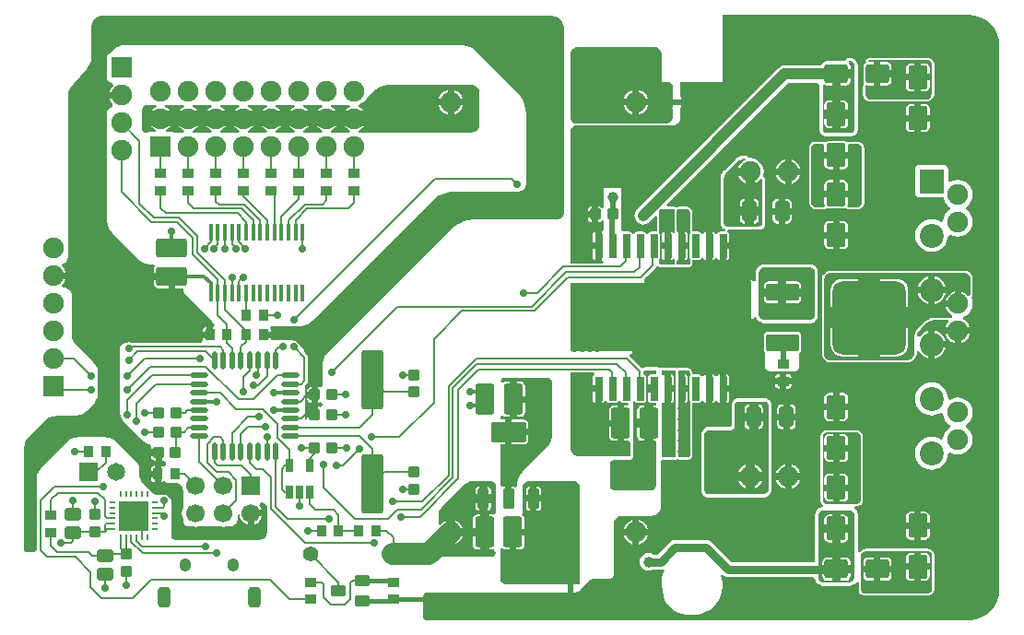
<source format=gbl>
G04 Layer_Physical_Order=2*
G04 Layer_Color=16711680*
%FSLAX43Y43*%
%MOMM*%
G71*
G01*
G75*
%ADD13C,0.200*%
%ADD14C,2.000*%
%ADD16C,0.750*%
%ADD17C,0.300*%
%ADD18C,1.900*%
G04:AMPARAMS|DCode=19|XSize=1.9mm|YSize=1.2mm|CornerRadius=0.36mm|HoleSize=0mm|Usage=FLASHONLY|Rotation=270.000|XOffset=0mm|YOffset=0mm|HoleType=Round|Shape=RoundedRectangle|*
%AMROUNDEDRECTD19*
21,1,1.900,0.480,0,0,270.0*
21,1,1.180,1.200,0,0,270.0*
1,1,0.720,-0.240,-0.590*
1,1,0.720,-0.240,0.590*
1,1,0.720,0.240,0.590*
1,1,0.720,0.240,-0.590*
%
%ADD19ROUNDEDRECTD19*%
%ADD20O,1.050X1.250*%
%ADD21R,1.700X1.700*%
%ADD22C,1.700*%
%ADD23C,1.400*%
%ADD24R,1.900X1.900*%
%ADD25C,2.200*%
%ADD26R,2.200X2.200*%
%ADD27R,1.900X1.900*%
%ADD28C,1.651*%
%ADD29R,1.651X1.651*%
%ADD30C,0.700*%
%ADD31C,1.000*%
G04:AMPARAMS|DCode=32|XSize=1mm|YSize=1.4mm|CornerRadius=0.125mm|HoleSize=0mm|Usage=FLASHONLY|Rotation=90.000|XOffset=0mm|YOffset=0mm|HoleType=Round|Shape=RoundedRectangle|*
%AMROUNDEDRECTD32*
21,1,1.000,1.150,0,0,90.0*
21,1,0.750,1.400,0,0,90.0*
1,1,0.250,0.575,0.375*
1,1,0.250,0.575,-0.375*
1,1,0.250,-0.575,-0.375*
1,1,0.250,-0.575,0.375*
%
%ADD32ROUNDEDRECTD32*%
G04:AMPARAMS|DCode=33|XSize=1.6mm|YSize=3mm|CornerRadius=0.2mm|HoleSize=0mm|Usage=FLASHONLY|Rotation=90.000|XOffset=0mm|YOffset=0mm|HoleType=Round|Shape=RoundedRectangle|*
%AMROUNDEDRECTD33*
21,1,1.600,2.600,0,0,90.0*
21,1,1.200,3.000,0,0,90.0*
1,1,0.400,1.300,0.600*
1,1,0.400,1.300,-0.600*
1,1,0.400,-1.300,-0.600*
1,1,0.400,-1.300,0.600*
%
%ADD33ROUNDEDRECTD33*%
G04:AMPARAMS|DCode=34|XSize=6.7mm|YSize=6.7mm|CornerRadius=0.838mm|HoleSize=0mm|Usage=FLASHONLY|Rotation=90.000|XOffset=0mm|YOffset=0mm|HoleType=Round|Shape=RoundedRectangle|*
%AMROUNDEDRECTD34*
21,1,6.700,5.025,0,0,90.0*
21,1,5.025,6.700,0,0,90.0*
1,1,1.675,2.513,2.513*
1,1,1.675,2.513,-2.513*
1,1,1.675,-2.513,-2.513*
1,1,1.675,-2.513,2.513*
%
%ADD34ROUNDEDRECTD34*%
%ADD35R,2.680X2.680*%
%ADD36O,0.600X0.200*%
%ADD37O,0.200X0.600*%
G04:AMPARAMS|DCode=38|XSize=5.5mm|YSize=2mm|CornerRadius=0.25mm|HoleSize=0mm|Usage=FLASHONLY|Rotation=90.000|XOffset=0mm|YOffset=0mm|HoleType=Round|Shape=RoundedRectangle|*
%AMROUNDEDRECTD38*
21,1,5.500,1.500,0,0,90.0*
21,1,5.000,2.000,0,0,90.0*
1,1,0.500,0.750,2.500*
1,1,0.500,0.750,-2.500*
1,1,0.500,-0.750,-2.500*
1,1,0.500,-0.750,2.500*
%
%ADD38ROUNDEDRECTD38*%
G04:AMPARAMS|DCode=39|XSize=0.94mm|YSize=1.03mm|CornerRadius=0.117mm|HoleSize=0mm|Usage=FLASHONLY|Rotation=180.000|XOffset=0mm|YOffset=0mm|HoleType=Round|Shape=RoundedRectangle|*
%AMROUNDEDRECTD39*
21,1,0.940,0.795,0,0,180.0*
21,1,0.705,1.030,0,0,180.0*
1,1,0.235,-0.352,0.398*
1,1,0.235,0.352,0.398*
1,1,0.235,0.352,-0.398*
1,1,0.235,-0.352,-0.398*
%
%ADD39ROUNDEDRECTD39*%
G04:AMPARAMS|DCode=40|XSize=0.94mm|YSize=1.03mm|CornerRadius=0.117mm|HoleSize=0mm|Usage=FLASHONLY|Rotation=90.000|XOffset=0mm|YOffset=0mm|HoleType=Round|Shape=RoundedRectangle|*
%AMROUNDEDRECTD40*
21,1,0.940,0.795,0,0,90.0*
21,1,0.705,1.030,0,0,90.0*
1,1,0.235,0.398,0.352*
1,1,0.235,0.398,-0.352*
1,1,0.235,-0.398,-0.352*
1,1,0.235,-0.398,0.352*
%
%ADD40ROUNDEDRECTD40*%
G04:AMPARAMS|DCode=41|XSize=0.92mm|YSize=1.08mm|CornerRadius=0.115mm|HoleSize=0mm|Usage=FLASHONLY|Rotation=180.000|XOffset=0mm|YOffset=0mm|HoleType=Round|Shape=RoundedRectangle|*
%AMROUNDEDRECTD41*
21,1,0.920,0.850,0,0,180.0*
21,1,0.690,1.080,0,0,180.0*
1,1,0.230,-0.345,0.425*
1,1,0.230,0.345,0.425*
1,1,0.230,0.345,-0.425*
1,1,0.230,-0.345,-0.425*
%
%ADD41ROUNDEDRECTD41*%
G04:AMPARAMS|DCode=42|XSize=0.92mm|YSize=1.08mm|CornerRadius=0.115mm|HoleSize=0mm|Usage=FLASHONLY|Rotation=90.000|XOffset=0mm|YOffset=0mm|HoleType=Round|Shape=RoundedRectangle|*
%AMROUNDEDRECTD42*
21,1,0.920,0.850,0,0,90.0*
21,1,0.690,1.080,0,0,90.0*
1,1,0.230,0.425,0.345*
1,1,0.230,0.425,-0.345*
1,1,0.230,-0.425,-0.345*
1,1,0.230,-0.425,0.345*
%
%ADD42ROUNDEDRECTD42*%
G04:AMPARAMS|DCode=43|XSize=0.71mm|YSize=2.19mm|CornerRadius=0.089mm|HoleSize=0mm|Usage=FLASHONLY|Rotation=0.000|XOffset=0mm|YOffset=0mm|HoleType=Round|Shape=RoundedRectangle|*
%AMROUNDEDRECTD43*
21,1,0.710,2.013,0,0,0.0*
21,1,0.532,2.190,0,0,0.0*
1,1,0.177,0.266,-1.006*
1,1,0.177,-0.266,-1.006*
1,1,0.177,-0.266,1.006*
1,1,0.177,0.266,1.006*
%
%ADD43ROUNDEDRECTD43*%
%ADD44R,16.650X6.350*%
G04:AMPARAMS|DCode=45|XSize=1.47mm|YSize=0.41mm|CornerRadius=0.051mm|HoleSize=0mm|Usage=FLASHONLY|Rotation=270.000|XOffset=0mm|YOffset=0mm|HoleType=Round|Shape=RoundedRectangle|*
%AMROUNDEDRECTD45*
21,1,1.470,0.307,0,0,270.0*
21,1,1.367,0.410,0,0,270.0*
1,1,0.102,-0.154,-0.684*
1,1,0.102,-0.154,0.684*
1,1,0.102,0.154,0.684*
1,1,0.102,0.154,-0.684*
%
%ADD45ROUNDEDRECTD45*%
G04:AMPARAMS|DCode=46|XSize=1.76mm|YSize=2.82mm|CornerRadius=0.22mm|HoleSize=0mm|Usage=FLASHONLY|Rotation=0.000|XOffset=0mm|YOffset=0mm|HoleType=Round|Shape=RoundedRectangle|*
%AMROUNDEDRECTD46*
21,1,1.760,2.380,0,0,0.0*
21,1,1.320,2.820,0,0,0.0*
1,1,0.440,0.660,-1.190*
1,1,0.440,-0.660,-1.190*
1,1,0.440,-0.660,1.190*
1,1,0.440,0.660,1.190*
%
%ADD46ROUNDEDRECTD46*%
G04:AMPARAMS|DCode=47|XSize=1.76mm|YSize=2.82mm|CornerRadius=0.22mm|HoleSize=0mm|Usage=FLASHONLY|Rotation=270.000|XOffset=0mm|YOffset=0mm|HoleType=Round|Shape=RoundedRectangle|*
%AMROUNDEDRECTD47*
21,1,1.760,2.380,0,0,270.0*
21,1,1.320,2.820,0,0,270.0*
1,1,0.440,-1.190,-0.660*
1,1,0.440,-1.190,0.660*
1,1,0.440,1.190,0.660*
1,1,0.440,1.190,-0.660*
%
%ADD47ROUNDEDRECTD47*%
G04:AMPARAMS|DCode=48|XSize=1.21mm|YSize=1.46mm|CornerRadius=0.151mm|HoleSize=0mm|Usage=FLASHONLY|Rotation=90.000|XOffset=0mm|YOffset=0mm|HoleType=Round|Shape=RoundedRectangle|*
%AMROUNDEDRECTD48*
21,1,1.210,1.157,0,0,90.0*
21,1,0.907,1.460,0,0,90.0*
1,1,0.302,0.579,0.454*
1,1,0.302,0.579,-0.454*
1,1,0.302,-0.579,-0.454*
1,1,0.302,-0.579,0.454*
%
%ADD48ROUNDEDRECTD48*%
G04:AMPARAMS|DCode=49|XSize=1.74mm|YSize=2.17mm|CornerRadius=0.217mm|HoleSize=0mm|Usage=FLASHONLY|Rotation=0.000|XOffset=0mm|YOffset=0mm|HoleType=Round|Shape=RoundedRectangle|*
%AMROUNDEDRECTD49*
21,1,1.740,1.735,0,0,0.0*
21,1,1.305,2.170,0,0,0.0*
1,1,0.435,0.652,-0.868*
1,1,0.435,-0.652,-0.868*
1,1,0.435,-0.652,0.868*
1,1,0.435,0.652,0.868*
%
%ADD49ROUNDEDRECTD49*%
G04:AMPARAMS|DCode=50|XSize=1.74mm|YSize=2.17mm|CornerRadius=0.217mm|HoleSize=0mm|Usage=FLASHONLY|Rotation=270.000|XOffset=0mm|YOffset=0mm|HoleType=Round|Shape=RoundedRectangle|*
%AMROUNDEDRECTD50*
21,1,1.740,1.735,0,0,270.0*
21,1,1.305,2.170,0,0,270.0*
1,1,0.435,-0.868,-0.652*
1,1,0.435,-0.868,0.652*
1,1,0.435,0.868,0.652*
1,1,0.435,0.868,-0.652*
%
%ADD50ROUNDEDRECTD50*%
G04:AMPARAMS|DCode=51|XSize=1.28mm|YSize=1.87mm|CornerRadius=0.16mm|HoleSize=0mm|Usage=FLASHONLY|Rotation=180.000|XOffset=0mm|YOffset=0mm|HoleType=Round|Shape=RoundedRectangle|*
%AMROUNDEDRECTD51*
21,1,1.280,1.550,0,0,180.0*
21,1,0.960,1.870,0,0,180.0*
1,1,0.320,-0.480,0.775*
1,1,0.320,0.480,0.775*
1,1,0.320,0.480,-0.775*
1,1,0.320,-0.480,-0.775*
%
%ADD51ROUNDEDRECTD51*%
G04:AMPARAMS|DCode=52|XSize=1.05mm|YSize=1.07mm|CornerRadius=0.131mm|HoleSize=0mm|Usage=FLASHONLY|Rotation=180.000|XOffset=0mm|YOffset=0mm|HoleType=Round|Shape=RoundedRectangle|*
%AMROUNDEDRECTD52*
21,1,1.050,0.807,0,0,180.0*
21,1,0.787,1.070,0,0,180.0*
1,1,0.263,-0.394,0.404*
1,1,0.263,0.394,0.404*
1,1,0.263,0.394,-0.404*
1,1,0.263,-0.394,-0.404*
%
%ADD52ROUNDEDRECTD52*%
G04:AMPARAMS|DCode=53|XSize=3.27mm|YSize=1.85mm|CornerRadius=0.231mm|HoleSize=0mm|Usage=FLASHONLY|Rotation=180.000|XOffset=0mm|YOffset=0mm|HoleType=Round|Shape=RoundedRectangle|*
%AMROUNDEDRECTD53*
21,1,3.270,1.387,0,0,180.0*
21,1,2.808,1.850,0,0,180.0*
1,1,0.463,-1.404,0.694*
1,1,0.463,1.404,0.694*
1,1,0.463,1.404,-0.694*
1,1,0.463,-1.404,-0.694*
%
%ADD53ROUNDEDRECTD53*%
G04:AMPARAMS|DCode=54|XSize=0.97mm|YSize=1.85mm|CornerRadius=0.121mm|HoleSize=0mm|Usage=FLASHONLY|Rotation=180.000|XOffset=0mm|YOffset=0mm|HoleType=Round|Shape=RoundedRectangle|*
%AMROUNDEDRECTD54*
21,1,0.970,1.607,0,0,180.0*
21,1,0.728,1.850,0,0,180.0*
1,1,0.242,-0.364,0.804*
1,1,0.242,0.364,0.804*
1,1,0.242,0.364,-0.804*
1,1,0.242,-0.364,-0.804*
%
%ADD54ROUNDEDRECTD54*%
G04:AMPARAMS|DCode=55|XSize=0.61mm|YSize=1.26mm|CornerRadius=0.076mm|HoleSize=0mm|Usage=FLASHONLY|Rotation=0.000|XOffset=0mm|YOffset=0mm|HoleType=Round|Shape=RoundedRectangle|*
%AMROUNDEDRECTD55*
21,1,0.610,1.107,0,0,0.0*
21,1,0.458,1.260,0,0,0.0*
1,1,0.152,0.229,-0.554*
1,1,0.152,-0.229,-0.554*
1,1,0.152,-0.229,0.554*
1,1,0.152,0.229,0.554*
%
%ADD55ROUNDEDRECTD55*%
%ADD56O,1.650X0.550*%
%ADD57O,0.550X1.650*%
%ADD58C,0.500*%
%ADD59C,0.400*%
%ADD60C,1.000*%
%ADD61R,1.600X0.600*%
%ADD62R,0.600X1.600*%
G36*
X43000Y13000D02*
X43000Y13000D01*
X43000D01*
X43182Y12966D01*
X43283Y12924D01*
X43424Y12783D01*
X43500Y12599D01*
X43500Y12500D01*
X43500Y10012D01*
X43381Y9924D01*
X43300Y9891D01*
X43165Y9918D01*
X42905D01*
Y8300D01*
Y6682D01*
X43165D01*
X43300Y6709D01*
X43381Y6676D01*
X43399Y6663D01*
X43500Y6500D01*
X43500Y6400D01*
X43424Y6217D01*
X43283Y6076D01*
X43100Y6000D01*
X43000Y6000D01*
X38250D01*
X38250Y7567D01*
X38450Y7635D01*
X38580Y7466D01*
X38820Y7281D01*
X39000Y7207D01*
Y8286D01*
Y9365D01*
X38820Y9291D01*
X38580Y9106D01*
X38450Y8937D01*
X38250Y9005D01*
Y9738D01*
X38250Y9738D01*
X38250Y9738D01*
X38264Y9932D01*
X38298Y10099D01*
X38391Y10324D01*
X38526Y10526D01*
X40686Y12686D01*
X40916Y12840D01*
X41172Y12946D01*
X41444Y13000D01*
X41583Y13000D01*
X43000Y13000D01*
X43000Y13000D01*
D02*
G37*
G36*
X48200Y22500D02*
X48200Y22500D01*
X48200D01*
X48382Y22466D01*
X48483Y22424D01*
X48624Y22283D01*
X48700Y22099D01*
X48700Y22000D01*
Y17083D01*
X48700Y17083D01*
X48700Y16968D01*
X48655Y16743D01*
X48567Y16531D01*
X48440Y16340D01*
X46083Y13983D01*
Y13983D01*
X45952Y13838D01*
X45735Y13514D01*
X45586Y13153D01*
X45510Y12771D01*
X45500Y12576D01*
Y12458D01*
X45300Y12397D01*
X45290Y12411D01*
X45184Y12482D01*
X45059Y12507D01*
X44995D01*
Y11376D01*
X44395D01*
Y12507D01*
X44331D01*
X44206Y12482D01*
X44200Y12478D01*
X44000Y12585D01*
X44000Y16100D01*
Y16341D01*
X44395D01*
Y17474D01*
Y18608D01*
X44000D01*
Y18920D01*
X44115Y18975D01*
X44200Y18995D01*
X44321Y18914D01*
X44485Y18882D01*
X44845D01*
Y20500D01*
Y22118D01*
X44485D01*
X44321Y22086D01*
X44200Y22005D01*
X44115Y22025D01*
X44000Y22080D01*
X44000Y22180D01*
X44061Y22327D01*
X44173Y22439D01*
X44320Y22500D01*
X44400Y22500D01*
X48200Y22500D01*
X48200Y22500D01*
D02*
G37*
G36*
X76121Y51564D02*
X76280Y51499D01*
X76401Y51377D01*
X76467Y51219D01*
X76467Y51133D01*
X76467D01*
X76467Y45267D01*
X76467Y45207D01*
X76421Y45096D01*
X76336Y45010D01*
X76282Y44988D01*
X76164Y44964D01*
X73936Y44964D01*
X73862Y44964D01*
X73727Y45020D01*
X73623Y45124D01*
X73567Y45260D01*
X73567Y45333D01*
X73567Y49362D01*
X73694Y49418D01*
X73790Y49354D01*
X73952Y49322D01*
X74420D01*
Y50400D01*
X74820D01*
Y50800D01*
X76113D01*
Y51053D01*
X76081Y51215D01*
X75989Y51354D01*
X75964Y51370D01*
X75935Y51542D01*
X75951Y51564D01*
X76121D01*
D02*
G37*
G36*
X33824Y49400D02*
X41300Y49400D01*
X41300Y49400D01*
X41300Y49400D01*
X41300D01*
X41418Y49390D01*
X41504Y49373D01*
X41632Y49320D01*
X41746Y49244D01*
X41844Y49146D01*
X41920Y49032D01*
X41973Y48904D01*
X42000Y48769D01*
X42000Y45700D01*
X42000Y45700D01*
Y45631D01*
X41973Y45496D01*
X41920Y45368D01*
X41844Y45254D01*
X41746Y45156D01*
X41632Y45080D01*
X41504Y45027D01*
X41369Y45000D01*
X41300D01*
X31040Y45000D01*
X30896Y45060D01*
X30884Y45104D01*
X30886Y45193D01*
X31110Y45285D01*
X31350Y45470D01*
X31442Y45590D01*
X29618D01*
X29710Y45470D01*
X29950Y45285D01*
X30174Y45193D01*
X30176Y45104D01*
X30164Y45060D01*
X30020Y45000D01*
X28500Y45000D01*
X28356Y45060D01*
X28344Y45104D01*
X28346Y45193D01*
X28570Y45285D01*
X28810Y45470D01*
X28902Y45590D01*
X27078D01*
X27170Y45470D01*
X27410Y45285D01*
X27634Y45193D01*
X27636Y45104D01*
X27624Y45060D01*
X27480Y45000D01*
X25960Y45000D01*
X25816Y45060D01*
X25804Y45104D01*
X25806Y45193D01*
X26030Y45285D01*
X26270Y45470D01*
X26362Y45590D01*
X24538D01*
X24630Y45470D01*
X24870Y45285D01*
X25094Y45193D01*
X25096Y45104D01*
X25084Y45060D01*
X24940Y45000D01*
X23420Y45000D01*
X23276Y45060D01*
X23264Y45104D01*
X23266Y45193D01*
X23490Y45285D01*
X23730Y45470D01*
X23822Y45590D01*
X21998D01*
X22090Y45470D01*
X22330Y45285D01*
X22554Y45193D01*
X22556Y45104D01*
X22544Y45060D01*
X22400Y45000D01*
X20880Y45000D01*
X20736Y45060D01*
X20724Y45104D01*
X20726Y45193D01*
X20950Y45285D01*
X21190Y45470D01*
X21282Y45590D01*
X19458D01*
X19550Y45470D01*
X19790Y45285D01*
X20014Y45193D01*
X20016Y45104D01*
X20004Y45060D01*
X19860Y45000D01*
X18340Y45000D01*
X18196Y45060D01*
X18184Y45104D01*
X18186Y45193D01*
X18410Y45285D01*
X18650Y45470D01*
X18742Y45590D01*
X16918D01*
X17010Y45470D01*
X17250Y45285D01*
X17474Y45193D01*
X17476Y45104D01*
X17464Y45060D01*
X17320Y45000D01*
X15800Y45000D01*
X15656Y45060D01*
X15644Y45104D01*
X15646Y45193D01*
X15870Y45285D01*
X16110Y45470D01*
X16202Y45590D01*
X14378D01*
X14470Y45470D01*
X14710Y45285D01*
X14934Y45193D01*
X14936Y45104D01*
X14924Y45060D01*
X14780Y45000D01*
X13971Y45000D01*
X13856Y45077D01*
X13700Y45108D01*
X13233D01*
X13208Y45235D01*
X13330Y45285D01*
X13570Y45470D01*
X13662Y45590D01*
X11838D01*
X11930Y45470D01*
X12170Y45285D01*
X12292Y45235D01*
X12267Y45108D01*
X11800D01*
X11644Y45077D01*
X11529Y45000D01*
X11400D01*
X11400Y45000D01*
X11320D01*
X11173Y45061D01*
X11061Y45173D01*
X11000Y45320D01*
X11000Y47000D01*
X11000D01*
X11000Y47099D01*
X11076Y47283D01*
X11217Y47424D01*
X11401Y47500D01*
X11500Y47500D01*
X12334D01*
X12359Y47373D01*
X12170Y47295D01*
X11930Y47110D01*
X11838Y46990D01*
X13662D01*
X13570Y47110D01*
X13330Y47295D01*
X13141Y47373D01*
X13166Y47500D01*
X14874D01*
X14899Y47373D01*
X14710Y47295D01*
X14470Y47110D01*
X14378Y46990D01*
X16202D01*
X16110Y47110D01*
X15870Y47295D01*
X15681Y47373D01*
X15706Y47500D01*
X17414D01*
X17439Y47373D01*
X17250Y47295D01*
X17010Y47110D01*
X16918Y46990D01*
X18742D01*
X18650Y47110D01*
X18410Y47295D01*
X18221Y47373D01*
X18246Y47500D01*
X19954D01*
X19979Y47373D01*
X19790Y47295D01*
X19550Y47110D01*
X19458Y46990D01*
X21282D01*
X21190Y47110D01*
X20950Y47295D01*
X20761Y47373D01*
X20786Y47500D01*
X22494Y47500D01*
X22519Y47373D01*
X22330Y47295D01*
X22090Y47110D01*
X21998Y46990D01*
X23822D01*
X23730Y47110D01*
X23490Y47295D01*
X23301Y47373D01*
X23326Y47500D01*
X25034D01*
X25059Y47373D01*
X24870Y47295D01*
X24630Y47110D01*
X24538Y46990D01*
X26362D01*
X26270Y47110D01*
X26030Y47295D01*
X25841Y47373D01*
X25866Y47500D01*
X27574D01*
X27599Y47373D01*
X27410Y47295D01*
X27170Y47110D01*
X27078Y46990D01*
X28902D01*
X28810Y47110D01*
X28570Y47295D01*
X28381Y47373D01*
X28406Y47500D01*
X30114D01*
X30139Y47373D01*
X29950Y47295D01*
X29710Y47110D01*
X29618Y46990D01*
X31442D01*
X31350Y47110D01*
X31110Y47295D01*
X30886Y47387D01*
X30884Y47476D01*
X30896Y47521D01*
X31211Y47651D01*
X31493Y47867D01*
X31709Y48149D01*
X31752Y48252D01*
X32246Y48746D01*
X32246Y48746D01*
X32246Y48746D01*
X32402Y48902D01*
X32767Y49146D01*
X33173Y49314D01*
X33604Y49400D01*
X33824Y49400D01*
D02*
G37*
G36*
X59967Y37964D02*
Y37382D01*
X59961Y37336D01*
X59967Y37290D01*
Y36382D01*
X59961Y36336D01*
X59967Y36290D01*
X59967Y35793D01*
X59840Y35755D01*
X59809Y35800D01*
X59714Y35864D01*
X59635Y35880D01*
Y34586D01*
Y33292D01*
X59714Y33308D01*
X59809Y33372D01*
X59840Y33417D01*
X59967Y33379D01*
Y32836D01*
X58657Y32836D01*
X58567Y32926D01*
Y33413D01*
X58603Y33467D01*
X58626Y33580D01*
Y35592D01*
X58603Y35705D01*
X58567Y35759D01*
Y37866D01*
X58665Y37964D01*
X59967Y37964D01*
D02*
G37*
G36*
X61167Y23164D02*
X61167D01*
X61281Y23133D01*
X61336Y23078D01*
X61367Y23004D01*
Y22650D01*
X61337Y22605D01*
X61314Y22492D01*
Y20480D01*
X61337Y20367D01*
X61367Y20322D01*
Y15364D01*
X61367Y15364D01*
Y15325D01*
X61336Y15251D01*
X61280Y15195D01*
X61207Y15164D01*
X60367Y15164D01*
X60271Y15279D01*
Y15618D01*
X60268Y15632D01*
X60269Y15645D01*
X60267Y15664D01*
X60269Y15683D01*
X60268Y15697D01*
X60271Y15710D01*
X60271Y16618D01*
X60268Y16632D01*
X60269Y16645D01*
X60267Y16664D01*
X60269Y16683D01*
X60268Y16697D01*
X60271Y16710D01*
Y17618D01*
X60268Y17632D01*
X60269Y17645D01*
X60267Y17664D01*
X60269Y17684D01*
X60268Y17697D01*
X60271Y17710D01*
Y18618D01*
X60268Y18632D01*
X60269Y18645D01*
X60267Y18664D01*
X60269Y18684D01*
X60268Y18697D01*
X60271Y18710D01*
X60271Y19618D01*
X60268Y19632D01*
X60269Y19645D01*
X60267Y19664D01*
X60269Y19684D01*
X60268Y19697D01*
X60271Y19710D01*
Y20130D01*
X60305Y20158D01*
Y21486D01*
Y22814D01*
X60271Y22842D01*
Y23164D01*
X60271Y23164D01*
X61049Y23164D01*
X61167Y23164D01*
D02*
G37*
G36*
X52600Y22773D02*
X52597Y22758D01*
X52511Y22700D01*
X52447Y22605D01*
X52424Y22492D01*
Y21786D01*
X52985D01*
Y21486D01*
X53285D01*
Y20192D01*
X53364Y20208D01*
X53459Y20272D01*
X53515Y20355D01*
X53611Y20367D01*
X53629D01*
X53725Y20355D01*
X53781Y20272D01*
X53876Y20208D01*
X53989Y20185D01*
X54521D01*
X54634Y20208D01*
X54729Y20272D01*
X54785Y20355D01*
X54881Y20367D01*
X54899D01*
X54995Y20355D01*
X55051Y20272D01*
X55146Y20208D01*
X55259Y20185D01*
X55672D01*
X55702Y20103D01*
X55564Y19918D01*
X55305D01*
Y18300D01*
Y16682D01*
X55665D01*
X55861Y16517D01*
Y15300D01*
X51100D01*
X51028Y15300D01*
X50886Y15328D01*
X50753Y15383D01*
X50633Y15464D01*
X50531Y15566D01*
X50450Y15686D01*
X50395Y15819D01*
X50367Y15961D01*
X50367Y16033D01*
X50367Y16033D01*
Y22958D01*
X52538D01*
X52600Y22773D01*
D02*
G37*
G36*
X50700Y13000D02*
X50700Y13000D01*
X50701D01*
X50818Y12998D01*
X51021Y12914D01*
X51181Y12754D01*
X51267Y12546D01*
X51267Y12433D01*
X51267Y10000D01*
X51267Y3767D01*
X51267Y3767D01*
X51267Y3707D01*
X51221Y3595D01*
X51136Y3510D01*
X51039Y3470D01*
X50912Y3518D01*
Y3936D01*
X50896Y4014D01*
X50852Y4080D01*
X50786Y4124D01*
X50708Y4140D01*
X50108D01*
X50030Y4124D01*
X49964Y4080D01*
X49920Y4014D01*
X49904Y3936D01*
Y3464D01*
X44536Y3464D01*
X44429Y3464D01*
X44232Y3546D01*
X44082Y3697D01*
X44000Y3893D01*
X44000Y4000D01*
X44000Y6776D01*
X44127Y6815D01*
X44132Y6807D01*
X44271Y6714D01*
X44435Y6682D01*
X44795D01*
Y8300D01*
X45095D01*
Y8600D01*
X46183D01*
Y9490D01*
X46151Y9654D01*
X46058Y9793D01*
X45938Y9873D01*
X45943Y9953D01*
X45959Y10000D01*
X46000D01*
X46000Y12400D01*
X46000Y12519D01*
X46091Y12740D01*
X46260Y12909D01*
X46481Y13000D01*
X46600Y13000D01*
X50700Y13000D01*
X50700Y13000D01*
D02*
G37*
G36*
X58300Y23164D02*
Y22787D01*
X57799D01*
X57686Y22764D01*
X57591Y22700D01*
X57527Y22605D01*
X57504Y22492D01*
Y21886D01*
X58065D01*
Y21086D01*
X57504D01*
Y20480D01*
X57527Y20367D01*
X57591Y20272D01*
X57686Y20208D01*
X57799Y20185D01*
X58300D01*
Y19955D01*
X58255Y19918D01*
X57995D01*
Y18300D01*
Y16682D01*
X58173D01*
X58300Y16573D01*
Y12700D01*
X58300D01*
X58300Y12593D01*
X58218Y12397D01*
X58068Y12246D01*
X57871Y12164D01*
X56167Y12164D01*
X54436Y12164D01*
X54436Y12164D01*
X54349Y12164D01*
X54189Y12231D01*
X54066Y12353D01*
X54000Y12513D01*
X54000Y12600D01*
Y14500D01*
X54000Y14580D01*
X54061Y14727D01*
X54173Y14839D01*
X54320Y14900D01*
X54400Y14900D01*
X55800D01*
X55800Y14900D01*
Y14900D01*
X55872Y14907D01*
X55915Y14925D01*
X56004Y14962D01*
X56105Y15063D01*
X56160Y15195D01*
X56167Y15267D01*
Y16968D01*
X56195Y17110D01*
Y19490D01*
X56167Y19632D01*
Y20273D01*
X56294Y20311D01*
X56321Y20272D01*
X56416Y20208D01*
X56529Y20185D01*
X57061D01*
X57174Y20208D01*
X57269Y20272D01*
X57333Y20367D01*
X57356Y20480D01*
Y22492D01*
X57333Y22605D01*
X57269Y22700D01*
X57174Y22764D01*
X57068Y22785D01*
Y23055D01*
X57239Y23131D01*
X57367Y23164D01*
X58300Y23164D01*
D02*
G37*
G36*
X60067Y23164D02*
Y22605D01*
X60067Y22605D01*
X60044Y22492D01*
Y20480D01*
X60067Y20367D01*
X60067Y20367D01*
Y19710D01*
X60061Y19664D01*
X60067Y19618D01*
X60067Y18710D01*
X60061Y18664D01*
X60067Y18618D01*
Y17710D01*
X60061Y17664D01*
X60067Y17618D01*
Y16710D01*
X60061Y16664D01*
X60067Y16618D01*
X60067Y15710D01*
X60061Y15664D01*
X60067Y15618D01*
Y15164D01*
X58857Y15164D01*
X58767Y15254D01*
X58767Y20193D01*
X58783Y20207D01*
X58894Y20249D01*
X58956Y20208D01*
X59035Y20192D01*
Y21486D01*
Y22780D01*
X58956Y22764D01*
X58894Y22723D01*
X58783Y22765D01*
X58767Y22779D01*
Y23164D01*
X60067Y23164D01*
D02*
G37*
G36*
X58036Y52864D02*
X58036Y52864D01*
X58036D01*
X58153Y52856D01*
X58259Y52835D01*
X58398Y52777D01*
X58523Y52694D01*
X58629Y52587D01*
X58713Y52462D01*
X58771Y52323D01*
X58800Y52175D01*
X58800Y52100D01*
Y50000D01*
X58806Y49938D01*
X58807Y49935D01*
Y49664D01*
X59447D01*
X59573Y49612D01*
X59699Y49486D01*
X59767Y49322D01*
X59767Y49233D01*
X59767Y48290D01*
X59358D01*
X59280Y48274D01*
X59214Y48230D01*
X59170Y48164D01*
X59154Y48086D01*
Y47486D01*
X59170Y47408D01*
X59214Y47342D01*
X59280Y47297D01*
X59358Y47282D01*
X59677D01*
X59767Y47192D01*
X59767Y46467D01*
X59767Y46467D01*
X59767Y46342D01*
X59671Y46111D01*
X59495Y45935D01*
X59264Y45839D01*
X59139Y45839D01*
X50861Y45839D01*
X50762Y45839D01*
X50581Y45914D01*
X50442Y46053D01*
X50367Y46235D01*
X50367Y46333D01*
X50367Y52167D01*
X50367Y52167D01*
X50378Y52290D01*
X50394Y52370D01*
X50446Y52497D01*
X50523Y52611D01*
X50620Y52709D01*
X50734Y52785D01*
X50861Y52838D01*
X50996Y52864D01*
X51064Y52864D01*
X58036Y52864D01*
X58036Y52864D01*
D02*
G37*
G36*
X61127Y37964D02*
X61237Y37919D01*
X61321Y37834D01*
X61344Y37780D01*
X61367Y37664D01*
Y37664D01*
X61367Y37664D01*
X61367Y37664D01*
X61367Y35750D01*
X61337Y35705D01*
X61314Y35592D01*
Y33580D01*
X61337Y33467D01*
X61367Y33422D01*
Y32926D01*
X61277Y32836D01*
X60171Y32836D01*
X60171Y32836D01*
Y33204D01*
X60298Y33293D01*
X60305Y33292D01*
Y34586D01*
Y35880D01*
X60298Y35879D01*
X60171Y35968D01*
X60171Y36290D01*
X60168Y36304D01*
X60169Y36317D01*
X60167Y36336D01*
X60169Y36356D01*
X60168Y36369D01*
X60171Y36382D01*
Y37290D01*
X60168Y37304D01*
X60169Y37317D01*
X60167Y37336D01*
X60169Y37355D01*
X60168Y37369D01*
X60171Y37382D01*
Y37858D01*
X60237Y37932D01*
X60289Y37964D01*
X61127Y37964D01*
D02*
G37*
G36*
X7300Y55700D02*
X48700Y55700D01*
X48700Y55700D01*
X48700Y55700D01*
X48701D01*
X48885Y55685D01*
X49021Y55658D01*
X49221Y55575D01*
X49401Y55454D01*
X49554Y55301D01*
X49675Y55121D01*
X49758Y54921D01*
X49800Y54708D01*
X49800Y54600D01*
X49800Y37700D01*
X49800D01*
X49800Y37631D01*
X49773Y37496D01*
X49720Y37368D01*
X49644Y37254D01*
X49546Y37156D01*
X49432Y37080D01*
X49304Y37027D01*
X49169Y37000D01*
X47300D01*
X41559Y37000D01*
X41559Y37000D01*
X41413Y36996D01*
X41122Y36968D01*
X40835Y36911D01*
X40555Y36826D01*
X40285Y36714D01*
X40027Y36576D01*
X39784Y36414D01*
X39558Y36228D01*
X39452Y36127D01*
X28065Y24740D01*
X28065Y24740D01*
X27960Y24625D01*
X27788Y24366D01*
X27668Y24078D01*
X27608Y23773D01*
X27600Y23617D01*
X27600Y21682D01*
X27400Y21581D01*
X27376Y21597D01*
X27253Y21621D01*
X27200D01*
Y20900D01*
Y20179D01*
X27253D01*
X27376Y20203D01*
X27400Y20219D01*
X27600Y20118D01*
Y19882D01*
X27400Y19781D01*
X27376Y19797D01*
X27252Y19821D01*
X27200D01*
Y19100D01*
X26900D01*
Y18800D01*
X26224D01*
Y18702D01*
X26059Y18556D01*
X26048Y18554D01*
X26000Y18569D01*
Y21792D01*
X26166Y21959D01*
X26233Y22058D01*
X26256Y22175D01*
Y24325D01*
X26233Y24442D01*
X26166Y24541D01*
X26166Y24541D01*
X25997Y24710D01*
X25996Y24739D01*
X25965Y24898D01*
X25903Y25047D01*
X25813Y25182D01*
X25759Y25241D01*
X25495Y25505D01*
X25493Y25515D01*
X25372Y25697D01*
X25190Y25818D01*
X24975Y25861D01*
X24972Y25860D01*
X24794Y25895D01*
X24700Y25900D01*
X22948Y25900D01*
X22866Y26000D01*
Y26125D01*
X22200D01*
Y26725D01*
X22866D01*
Y26850D01*
X22842Y26973D01*
X22824Y27000D01*
X22921Y27200D01*
X25252Y27200D01*
X25441Y27200D01*
X25441Y27200D01*
X25441Y27200D01*
X25609Y27208D01*
X25635Y27213D01*
X25938Y27274D01*
X26248Y27402D01*
X26527Y27589D01*
X26652Y27702D01*
X37690Y38740D01*
X37690Y38740D01*
X37690Y38740D01*
X37825Y38869D01*
X38015Y39025D01*
X38255Y39186D01*
X38509Y39322D01*
X38776Y39432D01*
X39052Y39516D01*
X39335Y39572D01*
X39622Y39600D01*
X39766Y39600D01*
X45600D01*
X45669Y39603D01*
X45803Y39630D01*
X45930Y39683D01*
X46044Y39759D01*
X46141Y39856D01*
X46217Y39970D01*
X46270Y40097D01*
X46297Y40231D01*
X46300Y40300D01*
X46300Y46876D01*
X46300Y46876D01*
X46300Y46876D01*
X46288Y47118D01*
X46194Y47594D01*
X46008Y48041D01*
X45739Y48444D01*
X45576Y48624D01*
X41854Y52346D01*
X41854Y52346D01*
X41854Y52346D01*
X41691Y52494D01*
X41328Y52737D01*
X40923Y52904D01*
X40494Y52989D01*
X40276Y53000D01*
X9283Y53000D01*
X9283Y53000D01*
X9174Y52995D01*
X8962Y52952D01*
X8762Y52870D01*
X8582Y52749D01*
X8501Y52676D01*
X8141Y52316D01*
X8044Y52297D01*
X7912Y52208D01*
X7823Y52076D01*
X7792Y51920D01*
Y50020D01*
X7823Y49864D01*
X7912Y49732D01*
X7985Y49682D01*
X8067Y49601D01*
X8283Y49512D01*
X8335Y49506D01*
X8397Y49334D01*
X8397Y49301D01*
X8330Y49250D01*
X8145Y49010D01*
X8030Y48730D01*
X8030Y48730D01*
X9150D01*
Y48130D01*
X8030D01*
X8030Y48130D01*
X8145Y47850D01*
X8330Y47610D01*
X8348Y47596D01*
X8289Y47389D01*
X8283Y47388D01*
X8067Y47299D01*
X7901Y47133D01*
X7812Y46917D01*
X7800Y46800D01*
Y45978D01*
X7788Y45890D01*
X7800Y45802D01*
Y43438D01*
X7788Y43350D01*
X7800Y43262D01*
X7800Y37056D01*
X7809Y36877D01*
X7879Y36526D01*
X8016Y36196D01*
X8215Y35898D01*
X8335Y35765D01*
X10765Y33335D01*
X10765Y33335D01*
X10873Y33237D01*
X10906Y33215D01*
X11115Y33075D01*
X11384Y32964D01*
X11669Y32907D01*
X11815Y32900D01*
X12147D01*
X12198Y32823D01*
X12235Y32700D01*
X12164Y32594D01*
X12132Y32430D01*
Y32070D01*
X13750D01*
Y31770D01*
X14050D01*
Y30682D01*
X14805D01*
X14806Y30669D01*
X14850Y30444D01*
X14938Y30233D01*
X15065Y30043D01*
X15141Y29959D01*
X17451Y27649D01*
X17451Y27649D01*
X17558Y27542D01*
X17700Y27329D01*
X17653Y27224D01*
X17569Y27146D01*
X17550D01*
Y26400D01*
X17250D01*
Y26100D01*
X16584D01*
Y25975D01*
X16599Y25900D01*
X16516Y25751D01*
X16469Y25700D01*
X10042Y25700D01*
X10015Y25718D01*
X9800Y25761D01*
X9585Y25718D01*
X9551Y25695D01*
X9483Y25688D01*
X9267Y25599D01*
X9101Y25433D01*
X9012Y25217D01*
X9000Y25100D01*
X9000Y19313D01*
X9006Y19192D01*
X9053Y18953D01*
X9146Y18729D01*
X9281Y18527D01*
X9363Y18437D01*
X11088Y16712D01*
X11088Y16712D01*
X11088Y16712D01*
X11190Y16619D01*
X11237Y16588D01*
X11420Y16466D01*
X11674Y16361D01*
X11759Y16344D01*
X11858Y16142D01*
X11858Y16120D01*
X11835Y16007D01*
Y15903D01*
X12567D01*
Y15603D01*
X12867D01*
Y14862D01*
X12961D01*
X13000Y14869D01*
X13179Y14752D01*
X13200Y14721D01*
Y14454D01*
X13000Y14355D01*
X12975Y14372D01*
X12852Y14396D01*
X12807D01*
Y13650D01*
Y12904D01*
X12852D01*
X12975Y12928D01*
X13004Y12948D01*
X13044Y12950D01*
X13219Y12897D01*
X13240Y12883D01*
X13289Y12834D01*
X13361Y12804D01*
X13400Y12800D01*
X14100Y12800D01*
X14100Y12800D01*
X14100Y12800D01*
X14101D01*
X14284Y12777D01*
X14304Y12773D01*
X14432Y12720D01*
X14546Y12644D01*
X14644Y12546D01*
X14718Y12436D01*
X14742Y12249D01*
X14800Y12109D01*
Y10501D01*
X14742Y10361D01*
X14699Y10035D01*
X14742Y9709D01*
X14800Y9569D01*
Y9300D01*
X14810Y9202D01*
X14884Y9022D01*
X15022Y8884D01*
X15202Y8810D01*
X15300Y8800D01*
X15764D01*
X15960Y8774D01*
X16156Y8800D01*
X18304Y8800D01*
X18500Y8774D01*
X18696Y8800D01*
X18902D01*
X19100Y8800D01*
X19100Y8800D01*
Y8800D01*
X19100Y8800D01*
X19169Y8803D01*
X19303Y8830D01*
X19430Y8883D01*
X19544Y8959D01*
X19641Y9056D01*
X19717Y9170D01*
X19770Y9297D01*
X19797Y9431D01*
X19800Y9500D01*
X19800Y9877D01*
X20000Y9890D01*
X20017Y9761D01*
X20123Y9505D01*
X20291Y9286D01*
X20510Y9118D01*
X20740Y9023D01*
Y10035D01*
X21040D01*
Y10335D01*
X22052D01*
X21957Y10565D01*
X21803Y10766D01*
X21834Y10885D01*
X21869Y10964D01*
X22000Y11000D01*
X22182Y10966D01*
X22283Y10924D01*
X22424Y10783D01*
X22500Y10599D01*
X22500Y8800D01*
X22500Y8300D01*
X22500Y8300D01*
X22500Y8231D01*
X22473Y8096D01*
X22420Y7968D01*
X22344Y7854D01*
X22246Y7756D01*
X22132Y7680D01*
X22004Y7627D01*
X21869Y7600D01*
X21800D01*
X14200Y7600D01*
X14100Y7600D01*
X13917Y7676D01*
X13776Y7817D01*
X13700Y8001D01*
X13700Y8100D01*
X13700Y11300D01*
X13620Y11380D01*
X13618Y11390D01*
X13497Y11572D01*
X13315Y11693D01*
X13305Y11695D01*
X13300Y11700D01*
X13280D01*
X13100Y11736D01*
X12920Y11700D01*
X12506D01*
X12319Y11737D01*
X12142Y11810D01*
X11983Y11917D01*
X11832Y12068D01*
X11766Y12166D01*
X11668Y12232D01*
X11195Y12705D01*
Y12705D01*
X11067Y12849D01*
X10954Y13020D01*
X10852Y13265D01*
X10800Y13526D01*
X10800Y13659D01*
X10800Y14017D01*
X10800Y14017D01*
X10794Y14131D01*
X10781Y14201D01*
X10780Y14201D01*
X10779Y14208D01*
X10777Y14218D01*
X10750Y14356D01*
X10662Y14567D01*
X10535Y14757D01*
X10459Y14841D01*
X8783Y16517D01*
X8783Y16517D01*
X8663Y16626D01*
X8637Y16643D01*
X8394Y16805D01*
X8096Y16929D01*
X7779Y16992D01*
X7617Y17000D01*
X5183Y17000D01*
X5183Y17000D01*
X5045Y16993D01*
X4774Y16939D01*
X4519Y16834D01*
X4290Y16681D01*
X4188Y16588D01*
X1812Y14212D01*
X1812Y14212D01*
X1704Y14093D01*
X1526Y13827D01*
X1404Y13531D01*
X1341Y13216D01*
X1333Y13056D01*
X1333Y6733D01*
X1333Y6733D01*
X1333Y6687D01*
X1298Y6601D01*
X1232Y6536D01*
X1146Y6500D01*
X1100Y6500D01*
X400Y6500D01*
X400Y6500D01*
X371D01*
X228Y6643D01*
X228Y16085D01*
X228D01*
X228Y16086D01*
X241Y16278D01*
X279Y16468D01*
X377Y16706D01*
X521Y16921D01*
X612Y17012D01*
X2043Y18443D01*
X2043Y18443D01*
X2043Y18443D01*
X2176Y18576D01*
X2487Y18784D01*
X2833Y18927D01*
X3200Y19000D01*
X3387Y19000D01*
X4917D01*
X5055Y19007D01*
X5326Y19061D01*
X5580Y19166D01*
X5810Y19319D01*
X5912Y19412D01*
X6588Y20088D01*
X6588Y20088D01*
X6588Y20088D01*
X6589Y20089D01*
X6680Y20190D01*
X6707Y20230D01*
X6834Y20419D01*
X6939Y20674D01*
X6993Y20945D01*
X7000Y21083D01*
X7000Y22833D01*
X7000Y22833D01*
X7000Y22833D01*
X6999Y22841D01*
X6992Y22985D01*
X6986Y23018D01*
X6933Y23283D01*
X6817Y23564D01*
X6648Y23816D01*
X6546Y23929D01*
X4896Y25579D01*
X4775Y25728D01*
X4730Y25795D01*
X4661Y25963D01*
X4625Y26142D01*
X4625Y26234D01*
X4625Y29875D01*
X4625D01*
X4621Y29966D01*
X4585Y30144D01*
X4516Y30311D01*
X4415Y30462D01*
X4287Y30590D01*
X4136Y30691D01*
X3969Y30760D01*
X3791Y30796D01*
X3745Y30798D01*
X3689Y30909D01*
X3680Y31000D01*
X3720Y31031D01*
X3905Y31271D01*
X4020Y31551D01*
X4020Y31551D01*
X2900D01*
Y32151D01*
X4020D01*
X4020Y32151D01*
X3905Y32431D01*
X3720Y32671D01*
X3660Y32717D01*
X3710Y32931D01*
X3710Y32931D01*
X3842Y32985D01*
X3960Y33064D01*
X4060Y33165D01*
X4139Y33283D01*
X4194Y33414D01*
X4222Y33554D01*
X4225Y33625D01*
Y34113D01*
X4262Y34391D01*
X4225Y34669D01*
X4225Y48132D01*
X4225D01*
X4225Y48132D01*
X4228Y48330D01*
X4290Y48672D01*
X4417Y49013D01*
X4603Y49326D01*
X4723Y49463D01*
X5933Y50854D01*
X5933Y50854D01*
X5933Y50854D01*
X5939Y50861D01*
X6039Y50987D01*
X6047Y51001D01*
X6213Y51279D01*
X6332Y51598D01*
X6392Y51932D01*
X6400Y52102D01*
X6400Y54800D01*
X6400D01*
X6400Y54800D01*
X6420Y54991D01*
X6434Y55062D01*
X6502Y55226D01*
X6601Y55374D01*
X6726Y55499D01*
X6874Y55598D01*
X7037Y55665D01*
X7211Y55700D01*
X7300Y55700D01*
D02*
G37*
G36*
X87544Y55736D02*
X88068Y55578D01*
X88550Y55320D01*
X88973Y54973D01*
X89320Y54550D01*
X89578Y54068D01*
X89737Y53544D01*
X89791Y52990D01*
Y3010D01*
X89737Y2456D01*
X89578Y1932D01*
X89320Y1450D01*
X88973Y1027D01*
X88550Y680D01*
X88068Y422D01*
X87544Y264D01*
X87186Y228D01*
X37172Y228D01*
X37111Y228D01*
X36999Y275D01*
X36913Y360D01*
X36867Y472D01*
X36867Y533D01*
X36867Y2446D01*
X36927Y2592D01*
X37039Y2704D01*
X37185Y2764D01*
X37264D01*
X37264Y2764D01*
X46300Y2764D01*
X49904Y2764D01*
Y2336D01*
X49920Y2258D01*
X49964Y2192D01*
X50030Y2147D01*
X50108Y2132D01*
X50708D01*
X50786Y2147D01*
X50852Y2192D01*
X50896Y2258D01*
X50912Y2336D01*
Y2787D01*
X50967Y2798D01*
X51109Y2857D01*
X51237Y2942D01*
X51294Y2994D01*
X51294Y2994D01*
X51700Y3400D01*
X52059Y3759D01*
X52116Y3816D01*
X52251Y3906D01*
X52401Y3968D01*
X52560Y4000D01*
X52641Y4000D01*
X52641Y4000D01*
X54000Y4000D01*
X54076Y4007D01*
X54215Y4065D01*
X54322Y4172D01*
X54379Y4312D01*
X54386Y4388D01*
X54386Y4388D01*
X54367Y9064D01*
Y9133D01*
X54394Y9268D01*
X54447Y9396D01*
X54523Y9510D01*
X54621Y9608D01*
X54735Y9685D01*
X54863Y9737D01*
X54998Y9764D01*
X55067D01*
X55067Y9764D01*
X57739D01*
X57833Y9769D01*
X58018Y9806D01*
X58192Y9878D01*
X58349Y9982D01*
X58482Y10116D01*
X58587Y10272D01*
X58659Y10446D01*
X58695Y10631D01*
X58700Y10725D01*
X58700Y10725D01*
X58700Y14803D01*
X58703Y14809D01*
X58857Y14960D01*
X58857Y14960D01*
X59351Y14960D01*
X59367Y14958D01*
X59383Y14960D01*
X60067Y14960D01*
X60145Y14976D01*
X60217Y15017D01*
X60273Y14983D01*
X60279Y14982D01*
X60289Y14976D01*
X60319Y14970D01*
X60349Y14961D01*
X60358Y14962D01*
X60367Y14960D01*
X60751D01*
X60767Y14958D01*
X60783Y14960D01*
X61207Y14960D01*
X61285Y14976D01*
X61358Y15006D01*
X61424Y15051D01*
X61424Y15051D01*
X61481Y15107D01*
X61525Y15173D01*
X61555Y15246D01*
X61571Y15325D01*
Y15364D01*
X61571Y15364D01*
Y20154D01*
X61609Y20185D01*
X62141D01*
X62254Y20208D01*
X62349Y20272D01*
X62405Y20355D01*
X62501Y20367D01*
X62519D01*
X62615Y20355D01*
X62671Y20272D01*
X62766Y20208D01*
X62845Y20192D01*
Y21486D01*
Y22780D01*
X62766Y22764D01*
X62671Y22700D01*
X62615Y22617D01*
X62519Y22605D01*
X62501D01*
X62405Y22617D01*
X62349Y22700D01*
X62254Y22764D01*
X62141Y22787D01*
X61609D01*
X61571Y22818D01*
Y23004D01*
X61555Y23082D01*
X61555Y23082D01*
X61525Y23156D01*
X61481Y23222D01*
X61481Y23222D01*
X61425Y23278D01*
X61414Y23285D01*
X61405Y23295D01*
X61381Y23307D01*
X61359Y23322D01*
X61346Y23324D01*
X61334Y23330D01*
X61220Y23361D01*
X61193Y23363D01*
X61167Y23368D01*
X61049Y23368D01*
X61049Y23368D01*
X61049Y23368D01*
X60271Y23368D01*
X60239Y23362D01*
X60206Y23358D01*
X60200Y23354D01*
X60193Y23353D01*
X60169Y23337D01*
X60145Y23353D01*
X60067Y23368D01*
X58767Y23368D01*
X58689Y23353D01*
X58516Y23381D01*
X58417Y23447D01*
X58300Y23470D01*
X57367Y23470D01*
X57329Y23463D01*
X57291Y23460D01*
X57163Y23427D01*
X57140Y23417D01*
X57115Y23411D01*
X56944Y23335D01*
X56935Y23329D01*
X55807Y24457D01*
X55823Y24553D01*
X55879Y24657D01*
X58400D01*
Y28036D01*
Y31415D01*
X57338D01*
X57255Y31615D01*
X58183Y32543D01*
X58183Y32543D01*
X58250Y32643D01*
X58255Y32672D01*
X58302Y32702D01*
X58465Y32739D01*
X58513Y32692D01*
X58513Y32692D01*
X58579Y32648D01*
X58657Y32632D01*
X59967Y32632D01*
X60045Y32648D01*
X60067Y32662D01*
X60073Y32658D01*
X60083Y32654D01*
X60093Y32648D01*
X60121Y32642D01*
X60148Y32634D01*
X60160Y32635D01*
X60171Y32632D01*
X61277Y32632D01*
X61277Y32632D01*
X61355Y32648D01*
X61421Y32692D01*
X61511Y32782D01*
X61555Y32848D01*
X61571Y32926D01*
Y33254D01*
X61609Y33285D01*
X62141D01*
X62254Y33308D01*
X62349Y33372D01*
X62405Y33455D01*
X62501Y33467D01*
X62519D01*
X62615Y33455D01*
X62671Y33372D01*
X62766Y33308D01*
X62845Y33292D01*
Y34586D01*
Y35880D01*
X62766Y35864D01*
X62671Y35800D01*
X62615Y35717D01*
X62519Y35705D01*
X62501D01*
X62405Y35717D01*
X62349Y35800D01*
X62254Y35864D01*
X62141Y35887D01*
X61609D01*
X61571Y35918D01*
X61571Y37664D01*
X61571Y37664D01*
Y37664D01*
X61567Y37684D01*
X61567Y37705D01*
X61544Y37820D01*
X61536Y37839D01*
X61532Y37858D01*
X61510Y37912D01*
X61465Y37978D01*
X61381Y38063D01*
X61381Y38063D01*
X61348Y38085D01*
X61315Y38107D01*
X61315Y38107D01*
X61205Y38153D01*
X61205Y38153D01*
X61127Y38168D01*
X60289Y38168D01*
X60272Y38165D01*
X60255Y38165D01*
X60234Y38157D01*
X60211Y38153D01*
X60111Y38108D01*
X60045Y38153D01*
X59967Y38168D01*
X59273Y38168D01*
X59197Y38353D01*
X70401Y49557D01*
X73109D01*
X73127Y49549D01*
X73176Y49504D01*
X73261Y49362D01*
X73261Y49357D01*
X73261Y45333D01*
X73261Y45260D01*
X73284Y45143D01*
X73284Y45143D01*
X73284Y45143D01*
X73340Y45007D01*
X73407Y44908D01*
X73511Y44804D01*
X73610Y44738D01*
X73745Y44682D01*
X73862Y44658D01*
X73936Y44658D01*
X76164Y44658D01*
X76194Y44664D01*
X76225Y44664D01*
X76342Y44688D01*
X76369Y44700D01*
X76399Y44705D01*
X76453Y44728D01*
X76552Y44794D01*
X76637Y44879D01*
X76703Y44978D01*
X76703Y44978D01*
X76750Y45090D01*
X76750Y45090D01*
X76750Y45090D01*
X76773Y45207D01*
X76773Y45267D01*
X76773Y51133D01*
X76773Y51133D01*
X76773Y51219D01*
X76750Y51336D01*
X76684Y51494D01*
X76618Y51594D01*
X76496Y51715D01*
X76397Y51781D01*
X76239Y51847D01*
X76121Y51870D01*
X75951D01*
X75930Y51866D01*
X75908Y51867D01*
X75872Y51854D01*
X75834Y51847D01*
X75816Y51835D01*
X75795Y51827D01*
X75767Y51802D01*
X75735Y51781D01*
X75723Y51762D01*
X75706Y51748D01*
X75690Y51726D01*
X75688Y51722D01*
X75685Y51719D01*
X75662Y51668D01*
X75638Y51618D01*
X75638Y51614D01*
X75636Y51610D01*
X75636Y51580D01*
X73952D01*
X73751Y51540D01*
X73579Y51426D01*
X73465Y51254D01*
X73448Y51171D01*
X70067D01*
X69858Y51144D01*
X69663Y51063D01*
X69496Y50935D01*
X56496Y37935D01*
X56368Y37768D01*
X56288Y37573D01*
X56260Y37364D01*
X56288Y37155D01*
X56368Y36961D01*
X56496Y36794D01*
X56664Y36665D01*
X56858Y36585D01*
X57067Y36557D01*
X57276Y36585D01*
X57470Y36665D01*
X57638Y36794D01*
X58178Y37334D01*
X58363Y37258D01*
Y35913D01*
X58331Y35887D01*
X57799D01*
X57686Y35864D01*
X57591Y35800D01*
X57535Y35717D01*
X57439Y35705D01*
X57421D01*
X57325Y35717D01*
X57269Y35800D01*
X57174Y35864D01*
X57061Y35887D01*
X56529D01*
X56416Y35864D01*
X56321Y35800D01*
X56265Y35717D01*
X56169Y35705D01*
X56151D01*
X56055Y35717D01*
X55999Y35800D01*
X55904Y35864D01*
X55791Y35887D01*
X55259D01*
X55067Y36034D01*
Y39864D01*
X53467D01*
Y38134D01*
X53267Y38073D01*
X53231Y38126D01*
X53126Y38197D01*
X53002Y38221D01*
X52950D01*
Y37500D01*
Y36779D01*
X53002D01*
X53126Y36803D01*
X53231Y36874D01*
X53267Y36927D01*
X53467Y36866D01*
Y36032D01*
X53452Y36007D01*
X53285Y35896D01*
Y34586D01*
Y33258D01*
X53406Y33159D01*
X53396Y33047D01*
X53367Y32984D01*
X53279Y32970D01*
X50367D01*
X50367Y45067D01*
Y45181D01*
X50454Y45391D01*
X50615Y45552D01*
X50816Y45635D01*
X50861Y45635D01*
X59139Y45635D01*
X59264Y45635D01*
X59284Y45639D01*
X59739D01*
X59811Y45643D01*
X59953Y45671D01*
X60086Y45726D01*
X60206Y45806D01*
X60308Y45908D01*
X60388Y46028D01*
X60443Y46161D01*
X60471Y46303D01*
X60475Y46375D01*
X60475Y46375D01*
Y47282D01*
X60958D01*
X61036Y47297D01*
X61102Y47342D01*
X61146Y47408D01*
X61162Y47486D01*
Y48086D01*
X61146Y48164D01*
X61102Y48230D01*
X61036Y48274D01*
X60958Y48290D01*
X60475D01*
Y49664D01*
X64367D01*
Y55791D01*
X86990D01*
X87544Y55736D01*
D02*
G37*
%LPC*%
G36*
X39800Y9365D02*
Y8686D01*
X40479D01*
X40404Y8866D01*
X40220Y9106D01*
X39980Y9291D01*
X39800Y9365D01*
D02*
G37*
G36*
X42105Y9918D02*
X41845D01*
X41681Y9886D01*
X41542Y9793D01*
X41449Y9654D01*
X41417Y9490D01*
Y8700D01*
X42105D01*
Y9918D01*
D02*
G37*
G36*
X41984Y10976D02*
X41692D01*
Y10572D01*
X41717Y10447D01*
X41788Y10341D01*
X41895Y10270D01*
X41984Y10252D01*
Y10976D01*
D02*
G37*
G36*
X43075D02*
X42784D01*
Y10252D01*
X42873Y10270D01*
X42979Y10341D01*
X43050Y10447D01*
X43075Y10572D01*
Y10976D01*
D02*
G37*
G36*
X42105Y7900D02*
X41417D01*
Y7110D01*
X41449Y6946D01*
X41542Y6807D01*
X41681Y6714D01*
X41845Y6682D01*
X42105D01*
Y7900D01*
D02*
G37*
G36*
X40479Y7886D02*
X39800D01*
Y7207D01*
X39980Y7281D01*
X40220Y7466D01*
X40404Y7706D01*
X40479Y7886D01*
D02*
G37*
G36*
X42784Y12500D02*
Y11776D01*
X43075D01*
Y12180D01*
X43050Y12305D01*
X42979Y12411D01*
X42873Y12482D01*
X42784Y12500D01*
D02*
G37*
G36*
X41984Y12500D02*
X41895Y12482D01*
X41788Y12411D01*
X41717Y12305D01*
X41692Y12180D01*
Y11776D01*
X41984D01*
Y12500D01*
D02*
G37*
G36*
X46233Y20200D02*
X45445D01*
Y18882D01*
X45805D01*
X45969Y18914D01*
X46108Y19007D01*
X46201Y19146D01*
X46233Y19310D01*
Y20200D01*
D02*
G37*
G36*
X45805Y22118D02*
X45445D01*
Y20800D01*
X46233D01*
Y21690D01*
X46201Y21854D01*
X46108Y21993D01*
X45969Y22086D01*
X45805Y22118D01*
D02*
G37*
G36*
X46538Y17174D02*
X44995D01*
Y16341D01*
X46099D01*
X46267Y16374D01*
X46410Y16470D01*
X46505Y16612D01*
X46538Y16780D01*
Y17174D01*
D02*
G37*
G36*
X46099Y18608D02*
X44995D01*
Y17774D01*
X46538D01*
Y18168D01*
X46505Y18336D01*
X46410Y18479D01*
X46267Y18574D01*
X46099Y18608D01*
D02*
G37*
G36*
X76113Y50000D02*
X75220D01*
Y49322D01*
X75688D01*
X75850Y49354D01*
X75989Y49446D01*
X76081Y49585D01*
X76113Y49748D01*
Y50000D01*
D02*
G37*
G36*
X75452Y47973D02*
X75200D01*
Y47080D01*
X75878D01*
Y47548D01*
X75846Y47710D01*
X75754Y47848D01*
X75615Y47941D01*
X75452Y47973D01*
D02*
G37*
G36*
X74400Y46280D02*
X73722D01*
Y45812D01*
X73754Y45650D01*
X73846Y45512D01*
X73985Y45419D01*
X74147Y45387D01*
X74400D01*
Y46280D01*
D02*
G37*
G36*
X75878D02*
X75200D01*
Y45387D01*
X75452D01*
X75615Y45419D01*
X75754Y45512D01*
X75846Y45650D01*
X75878Y45812D01*
Y46280D01*
D02*
G37*
G36*
X74400Y47973D02*
X74147D01*
X73985Y47941D01*
X73846Y47848D01*
X73754Y47710D01*
X73722Y47548D01*
Y47080D01*
X74400D01*
Y47973D01*
D02*
G37*
G36*
X39100Y48906D02*
X39100Y48906D01*
X38820Y48791D01*
X38580Y48606D01*
X38395Y48366D01*
X38280Y48086D01*
X38280Y48086D01*
X39100D01*
Y48906D01*
D02*
G37*
G36*
X39700D02*
Y48086D01*
X40520D01*
X40520Y48086D01*
X40404Y48366D01*
X40220Y48606D01*
X39980Y48791D01*
X39700Y48906D01*
X39700Y48906D01*
D02*
G37*
G36*
X40520Y47486D02*
X39700D01*
Y46666D01*
X39700Y46666D01*
X39980Y46781D01*
X40220Y46966D01*
X40404Y47206D01*
X40520Y47486D01*
X40520Y47486D01*
D02*
G37*
G36*
X39100D02*
X38280D01*
X38280Y47486D01*
X38395Y47206D01*
X38580Y46966D01*
X38820Y46781D01*
X39100Y46666D01*
X39100Y46666D01*
Y47486D01*
D02*
G37*
G36*
X59035Y34286D02*
X58774D01*
Y33580D01*
X58797Y33467D01*
X58861Y33372D01*
X58956Y33308D01*
X59035Y33292D01*
Y34286D01*
D02*
G37*
G36*
Y35880D02*
X58956Y35864D01*
X58861Y35800D01*
X58797Y35705D01*
X58774Y35592D01*
Y34886D01*
X59035D01*
Y35880D01*
D02*
G37*
G36*
X61166Y21186D02*
X60905D01*
Y20192D01*
X60984Y20208D01*
X61079Y20272D01*
X61143Y20367D01*
X61166Y20480D01*
Y21186D01*
D02*
G37*
G36*
X60905Y22780D02*
Y21786D01*
X61166D01*
Y22492D01*
X61143Y22605D01*
X61079Y22700D01*
X60984Y22764D01*
X60905Y22780D01*
D02*
G37*
G36*
X52685Y21186D02*
X52424D01*
Y20480D01*
X52447Y20367D01*
X52511Y20272D01*
X52606Y20208D01*
X52685Y20192D01*
Y21186D01*
D02*
G37*
G36*
X54705Y19918D02*
X54345D01*
X54181Y19886D01*
X54042Y19793D01*
X53949Y19654D01*
X53917Y19490D01*
Y18600D01*
X54705D01*
Y19918D01*
D02*
G37*
G36*
Y18000D02*
X53917D01*
Y17110D01*
X53949Y16946D01*
X54042Y16807D01*
X54181Y16714D01*
X54345Y16682D01*
X54705D01*
Y18000D01*
D02*
G37*
G36*
X46706Y11076D02*
X46315D01*
Y10572D01*
X46340Y10447D01*
X46411Y10341D01*
X46517Y10270D01*
X46642Y10245D01*
X46706D01*
Y11076D01*
D02*
G37*
G36*
X47697D02*
X47306D01*
Y10245D01*
X47370D01*
X47495Y10270D01*
X47601Y10341D01*
X47672Y10447D01*
X47697Y10572D01*
Y11076D01*
D02*
G37*
G36*
X46183Y8000D02*
X45395D01*
Y6682D01*
X45755D01*
X45919Y6714D01*
X46058Y6807D01*
X46151Y6946D01*
X46183Y7110D01*
Y8000D01*
D02*
G37*
G36*
X46706Y12507D02*
X46642D01*
X46517Y12482D01*
X46411Y12411D01*
X46340Y12305D01*
X46315Y12180D01*
Y11676D01*
X46706D01*
Y12507D01*
D02*
G37*
G36*
X47370D02*
X47306D01*
Y11676D01*
X47697D01*
Y12180D01*
X47672Y12305D01*
X47601Y12411D01*
X47495Y12482D01*
X47370Y12507D01*
D02*
G37*
G36*
X57195Y19918D02*
X56935D01*
X56771Y19886D01*
X56632Y19793D01*
X56539Y19654D01*
X56507Y19490D01*
Y18700D01*
X57195D01*
Y19918D01*
D02*
G37*
G36*
Y17900D02*
X56507D01*
Y17110D01*
X56539Y16946D01*
X56632Y16807D01*
X56771Y16714D01*
X56935Y16682D01*
X57195D01*
Y17900D01*
D02*
G37*
G36*
X59896Y21186D02*
X59635D01*
Y20192D01*
X59714Y20208D01*
X59809Y20272D01*
X59873Y20367D01*
X59896Y20480D01*
Y21186D01*
D02*
G37*
G36*
X59635Y22780D02*
Y21786D01*
X59896D01*
Y22492D01*
X59873Y22605D01*
X59809Y22700D01*
X59714Y22764D01*
X59635Y22780D01*
D02*
G37*
G36*
X56700Y48906D02*
Y48086D01*
X57520D01*
X57520Y48086D01*
X57405Y48366D01*
X57220Y48606D01*
X56980Y48791D01*
X56700Y48906D01*
X56700Y48906D01*
D02*
G37*
G36*
X56100D02*
X56100Y48906D01*
X55820Y48791D01*
X55580Y48606D01*
X55395Y48366D01*
X55280Y48086D01*
X55280Y48086D01*
X56100D01*
Y48906D01*
D02*
G37*
G36*
X57520Y47486D02*
X56700D01*
Y46666D01*
X56700Y46666D01*
X56980Y46781D01*
X57220Y46966D01*
X57405Y47206D01*
X57520Y47486D01*
X57520Y47486D01*
D02*
G37*
G36*
X56100D02*
X55280D01*
X55280Y47486D01*
X55395Y47206D01*
X55580Y46966D01*
X55820Y46781D01*
X56100Y46666D01*
X56100Y46666D01*
Y47486D01*
D02*
G37*
G36*
X61166Y34286D02*
X60905D01*
Y33292D01*
X60984Y33308D01*
X61079Y33372D01*
X61143Y33467D01*
X61166Y33580D01*
Y34286D01*
D02*
G37*
G36*
X60905Y35880D02*
Y34886D01*
X61166D01*
Y35592D01*
X61143Y35705D01*
X61079Y35800D01*
X60984Y35864D01*
X60905Y35880D01*
D02*
G37*
G36*
X26600Y20600D02*
X26224D01*
Y20502D01*
X26248Y20379D01*
X26319Y20274D01*
X26424Y20203D01*
X26548Y20179D01*
X26600D01*
Y20600D01*
D02*
G37*
G36*
X26600Y19821D02*
X26548D01*
X26424Y19797D01*
X26319Y19726D01*
X26248Y19621D01*
X26224Y19497D01*
Y19400D01*
X26600D01*
Y19821D01*
D02*
G37*
G36*
X16950Y27146D02*
X16905D01*
X16782Y27122D01*
X16678Y27052D01*
X16608Y26948D01*
X16584Y26825D01*
Y26700D01*
X16950D01*
Y27146D01*
D02*
G37*
G36*
X26600Y21621D02*
X26548D01*
X26424Y21597D01*
X26319Y21526D01*
X26248Y21421D01*
X26224Y21297D01*
Y21200D01*
X26600D01*
Y21621D01*
D02*
G37*
G36*
X22052Y9735D02*
X21340D01*
Y9023D01*
X21570Y9118D01*
X21789Y9286D01*
X21957Y9505D01*
X22052Y9735D01*
D02*
G37*
G36*
X12267Y15303D02*
X11835D01*
Y15199D01*
X11861Y15070D01*
X11934Y14960D01*
X12044Y14887D01*
X12173Y14862D01*
X12267D01*
Y15303D01*
D02*
G37*
G36*
X12207Y14396D02*
X12162D01*
X12039Y14372D01*
X11935Y14302D01*
X11865Y14198D01*
X11841Y14075D01*
Y13950D01*
X12207D01*
Y14396D01*
D02*
G37*
G36*
Y13350D02*
X11841D01*
Y13225D01*
X11865Y13102D01*
X11935Y12998D01*
X12039Y12928D01*
X12162Y12904D01*
X12207D01*
Y13350D01*
D02*
G37*
G36*
X13450Y31470D02*
X12132D01*
Y31110D01*
X12164Y30946D01*
X12257Y30807D01*
X12396Y30714D01*
X12560Y30682D01*
X13450D01*
Y31470D01*
D02*
G37*
G36*
X75452Y21073D02*
X75100D01*
Y20080D01*
X75878D01*
Y20648D01*
X75846Y20810D01*
X75754Y20949D01*
X75615Y21041D01*
X75452Y21073D01*
D02*
G37*
G36*
X74500Y19480D02*
X73722D01*
Y18913D01*
X73754Y18750D01*
X73846Y18612D01*
X73985Y18519D01*
X74147Y18487D01*
X74500D01*
Y19480D01*
D02*
G37*
G36*
X75878D02*
X75100D01*
Y18487D01*
X75452D01*
X75615Y18519D01*
X75754Y18612D01*
X75846Y18750D01*
X75878Y18913D01*
Y19480D01*
D02*
G37*
G36*
X74500Y21073D02*
X74147D01*
X73985Y21041D01*
X73846Y20949D01*
X73754Y20810D01*
X73722Y20648D01*
Y20080D01*
X74500D01*
Y21073D01*
D02*
G37*
G36*
X69928Y20018D02*
X69748D01*
X69608Y19990D01*
X69488Y19911D01*
X69409Y19791D01*
X69381Y19651D01*
Y19176D01*
X69928D01*
Y20018D01*
D02*
G37*
G36*
X70708D02*
X70528D01*
Y19176D01*
X71075D01*
Y19651D01*
X71047Y19791D01*
X70968Y19911D01*
X70848Y19990D01*
X70708Y20018D01*
D02*
G37*
G36*
X64115Y22780D02*
X64036Y22764D01*
X63941Y22700D01*
X63885Y22617D01*
X63789Y22605D01*
X63771D01*
X63675Y22617D01*
X63619Y22700D01*
X63524Y22764D01*
X63445Y22780D01*
Y21486D01*
Y20192D01*
X63524Y20208D01*
X63619Y20272D01*
X63675Y20355D01*
X63771Y20367D01*
X63789D01*
X63885Y20355D01*
X63941Y20272D01*
X64036Y20208D01*
X64115Y20192D01*
Y21486D01*
Y22780D01*
D02*
G37*
G36*
X71150Y26708D02*
X68550D01*
X68394Y26677D01*
X68262Y26588D01*
X68173Y26456D01*
X68142Y26300D01*
Y25100D01*
X68173Y24944D01*
X68262Y24812D01*
X68300Y24786D01*
X68300Y23410D01*
X68368Y23245D01*
X68495Y23119D01*
X68660Y23050D01*
X68750Y23050D01*
X70950Y23050D01*
X71039Y23050D01*
X71205Y23118D01*
X71331Y23245D01*
X71400Y23410D01*
X71400Y23500D01*
X71400Y23500D01*
Y24786D01*
X71438Y24812D01*
X71527Y24944D01*
X71558Y25100D01*
Y26300D01*
X71527Y26456D01*
X71438Y26588D01*
X71306Y26677D01*
X71150Y26708D01*
D02*
G37*
G36*
X70375Y22805D02*
X70250D01*
Y22439D01*
X70696D01*
Y22484D01*
X70672Y22607D01*
X70602Y22711D01*
X70498Y22781D01*
X70375Y22805D01*
D02*
G37*
G36*
X64715Y22780D02*
Y21786D01*
X64976D01*
Y22492D01*
X64953Y22605D01*
X64889Y22700D01*
X64794Y22764D01*
X64715Y22780D01*
D02*
G37*
G36*
X69650Y22805D02*
X69525D01*
X69402Y22781D01*
X69298Y22711D01*
X69228Y22607D01*
X69204Y22484D01*
Y22439D01*
X69650D01*
Y22805D01*
D02*
G37*
G36*
X83876Y26807D02*
Y25836D01*
X84848D01*
X84843Y25875D01*
X84712Y26191D01*
X84503Y26463D01*
X84232Y26671D01*
X83915Y26802D01*
X83876Y26807D01*
D02*
G37*
G36*
X85676Y26486D02*
X84856D01*
X84856Y26486D01*
X84971Y26206D01*
X85156Y25966D01*
X85396Y25781D01*
X85676Y25666D01*
X85676Y25666D01*
Y26486D01*
D02*
G37*
G36*
X84848Y25236D02*
X83876D01*
Y24264D01*
X83915Y24269D01*
X84232Y24400D01*
X84503Y24609D01*
X84712Y24880D01*
X84843Y25196D01*
X84848Y25236D01*
D02*
G37*
G36*
X87096Y26486D02*
X86276D01*
Y25666D01*
X86276Y25666D01*
X86556Y25781D01*
X86796Y25966D01*
X86981Y26206D01*
X87096Y26486D01*
X87096Y26486D01*
D02*
G37*
G36*
X65764Y20570D02*
X65764Y20570D01*
X65712Y20570D01*
X65712Y20570D01*
X65712Y20570D01*
X65648Y20558D01*
X65595Y20547D01*
X65595Y20547D01*
X65595Y20547D01*
X65498Y20507D01*
X65398Y20440D01*
X65324Y20366D01*
X65258Y20267D01*
X65217Y20170D01*
X65194Y20053D01*
X65194Y18115D01*
X65192Y18090D01*
X65167Y18031D01*
X65133Y17997D01*
X65074Y17973D01*
X65049Y17970D01*
X63164Y17970D01*
X63164Y17970D01*
X63070Y17970D01*
X62953Y17947D01*
X62780Y17875D01*
X62680Y17809D01*
X62548Y17676D01*
X62481Y17577D01*
X62409Y17403D01*
X62386Y17286D01*
Y17192D01*
X62386Y12208D01*
X62386Y12208D01*
X62386Y12120D01*
X62409Y12003D01*
X62477Y11840D01*
X62543Y11740D01*
X62668Y11616D01*
X62767Y11549D01*
X62930Y11482D01*
X63047Y11458D01*
X63136Y11458D01*
X68064Y11458D01*
X68074Y11460D01*
X68084Y11459D01*
X68202Y11467D01*
X68250Y11479D01*
X68299Y11489D01*
X68466Y11558D01*
X68565Y11625D01*
X68707Y11766D01*
X68773Y11865D01*
X68850Y12050D01*
X68873Y12167D01*
X68873Y12267D01*
X68873Y19964D01*
X68873Y19964D01*
Y19964D01*
X68867Y19994D01*
X68867Y20024D01*
X68844Y20139D01*
X68832Y20167D01*
X68827Y20196D01*
X68804Y20251D01*
X68804Y20251D01*
X68804Y20251D01*
X68771Y20301D01*
X68738Y20350D01*
X68738Y20350D01*
X68738Y20350D01*
X68653Y20435D01*
X68653Y20435D01*
X68653Y20435D01*
X68609Y20464D01*
X68554Y20501D01*
X68554Y20501D01*
X68554Y20501D01*
X68444Y20547D01*
X68444Y20547D01*
X68444Y20547D01*
X68389Y20558D01*
X68327Y20570D01*
X68327Y20570D01*
X68327Y20570D01*
X65764Y20570D01*
D02*
G37*
G36*
X64976Y21186D02*
X64715D01*
Y20192D01*
X64794Y20208D01*
X64889Y20272D01*
X64953Y20367D01*
X64976Y20480D01*
Y21186D01*
D02*
G37*
G36*
X70696Y21839D02*
X70250D01*
Y21473D01*
X70375D01*
X70498Y21498D01*
X70602Y21567D01*
X70672Y21671D01*
X70696Y21794D01*
Y21839D01*
D02*
G37*
G36*
X69650D02*
X69204D01*
Y21794D01*
X69228Y21671D01*
X69298Y21567D01*
X69402Y21498D01*
X69525Y21473D01*
X69650D01*
Y21839D01*
D02*
G37*
G36*
X82000Y10173D02*
X81647D01*
X81485Y10141D01*
X81346Y10049D01*
X81254Y9910D01*
X81222Y9748D01*
Y9180D01*
X82000D01*
Y10173D01*
D02*
G37*
G36*
X82952D02*
X82600D01*
Y9180D01*
X83378D01*
Y9748D01*
X83346Y9910D01*
X83254Y10049D01*
X83115Y10141D01*
X82952Y10173D01*
D02*
G37*
G36*
X56100Y7986D02*
X55280D01*
X55280Y7986D01*
X55395Y7706D01*
X55580Y7466D01*
X55820Y7281D01*
X56100Y7166D01*
X56100Y7166D01*
Y7986D01*
D02*
G37*
G36*
X57520D02*
X56700D01*
Y7166D01*
X56700Y7166D01*
X56980Y7281D01*
X57220Y7466D01*
X57405Y7706D01*
X57520Y7986D01*
X57520Y7986D01*
D02*
G37*
G36*
X56100Y9406D02*
X56100Y9406D01*
X55820Y9291D01*
X55580Y9106D01*
X55395Y8866D01*
X55280Y8586D01*
X55280Y8586D01*
X56100D01*
Y9406D01*
D02*
G37*
G36*
X56700D02*
Y8586D01*
X57520D01*
X57520Y8586D01*
X57405Y8866D01*
X57220Y9106D01*
X56980Y9291D01*
X56700Y9406D01*
X56700Y9406D01*
D02*
G37*
G36*
X82000Y8580D02*
X81222D01*
Y8012D01*
X81254Y7850D01*
X81346Y7712D01*
X81485Y7619D01*
X81647Y7587D01*
X82000D01*
Y8580D01*
D02*
G37*
G36*
X83378D02*
X82600D01*
Y7587D01*
X82952D01*
X83115Y7619D01*
X83254Y7712D01*
X83346Y7850D01*
X83378Y8012D01*
Y8580D01*
D02*
G37*
G36*
X83576Y22043D02*
X83282Y22014D01*
X82999Y21928D01*
X82739Y21789D01*
X82510Y21601D01*
X82323Y21373D01*
X82184Y21113D01*
X82098Y20830D01*
X82069Y20536D01*
X82098Y20242D01*
X82184Y19959D01*
X82323Y19698D01*
X82510Y19470D01*
X82739Y19282D01*
X82999Y19143D01*
X83282Y19057D01*
X83576Y19028D01*
X83870Y19057D01*
X84153Y19143D01*
X84413Y19282D01*
X84425Y19292D01*
X84626Y19198D01*
X84661Y18934D01*
X84797Y18605D01*
X85013Y18323D01*
X85232Y18155D01*
X85247Y18109D01*
Y17963D01*
X85232Y17917D01*
X85013Y17749D01*
X84797Y17467D01*
X84661Y17138D01*
X84626Y16873D01*
X84425Y16780D01*
X84413Y16789D01*
X84153Y16928D01*
X83870Y17014D01*
X83576Y17043D01*
X83282Y17014D01*
X82999Y16928D01*
X82739Y16789D01*
X82510Y16601D01*
X82323Y16373D01*
X82184Y16113D01*
X82098Y15830D01*
X82069Y15536D01*
X82098Y15242D01*
X82184Y14959D01*
X82323Y14698D01*
X82510Y14470D01*
X82739Y14282D01*
X82999Y14143D01*
X83282Y14057D01*
X83576Y14028D01*
X83870Y14057D01*
X84153Y14143D01*
X84413Y14282D01*
X84642Y14470D01*
X84829Y14698D01*
X84969Y14959D01*
X85054Y15242D01*
X85082Y15519D01*
X85159Y15581D01*
X85258Y15635D01*
X85295Y15607D01*
X85624Y15471D01*
X85976Y15424D01*
X86328Y15471D01*
X86657Y15607D01*
X86939Y15823D01*
X87155Y16105D01*
X87291Y16434D01*
X87338Y16786D01*
X87291Y17138D01*
X87155Y17467D01*
X86939Y17749D01*
X86720Y17917D01*
X86705Y17963D01*
Y18109D01*
X86720Y18155D01*
X86939Y18323D01*
X87155Y18605D01*
X87291Y18934D01*
X87338Y19286D01*
X87291Y19638D01*
X87155Y19967D01*
X86939Y20249D01*
X86657Y20465D01*
X86328Y20601D01*
X85976Y20648D01*
X85624Y20601D01*
X85295Y20465D01*
X85258Y20437D01*
X85160Y20491D01*
X85082Y20553D01*
X85054Y20830D01*
X84969Y21113D01*
X84829Y21373D01*
X84642Y21601D01*
X84413Y21789D01*
X84153Y21928D01*
X83870Y22014D01*
X83576Y22043D01*
D02*
G37*
G36*
X71075Y18576D02*
X70528D01*
Y17734D01*
X70708D01*
X70848Y17762D01*
X70968Y17841D01*
X71047Y17961D01*
X71075Y18101D01*
Y18576D01*
D02*
G37*
G36*
X76636Y17668D02*
X73964Y17668D01*
X73885Y17668D01*
X73807Y17653D01*
X73661Y17592D01*
X73595Y17548D01*
X73483Y17436D01*
X73439Y17370D01*
X73394Y17262D01*
X73389Y17236D01*
X73380Y17210D01*
X73365Y17094D01*
X73366Y17080D01*
X73363Y17067D01*
Y11233D01*
Y11160D01*
X73379Y11082D01*
X73435Y10946D01*
X73479Y10880D01*
X73479Y10880D01*
X73583Y10776D01*
X73596Y10767D01*
X73576Y10642D01*
X73531Y10570D01*
X73485Y10570D01*
X73368Y10547D01*
X73222Y10486D01*
X73123Y10420D01*
X73011Y10308D01*
X73011Y10308D01*
X72945Y10209D01*
X72900Y10100D01*
X72892Y10061D01*
X72879Y10024D01*
X72864Y9907D01*
X72865Y9887D01*
X72861Y9867D01*
X72861Y5545D01*
X65186D01*
X63350Y7381D01*
X63209Y7490D01*
X63045Y7558D01*
X62868Y7581D01*
X62868Y7581D01*
X60000D01*
X60000Y7581D01*
X59824Y7558D01*
X59660Y7490D01*
X59519Y7381D01*
X58382Y6245D01*
X57994D01*
X57970Y6263D01*
X57776Y6344D01*
X57567Y6371D01*
X57358Y6344D01*
X57164Y6263D01*
X56996Y6135D01*
X56868Y5968D01*
X56788Y5773D01*
X56760Y5564D01*
X56788Y5355D01*
X56868Y5161D01*
X56996Y4994D01*
X57164Y4865D01*
X57358Y4785D01*
X57567Y4757D01*
X57776Y4785D01*
X57970Y4865D01*
X57994Y4883D01*
X58664D01*
X58664Y4883D01*
X58752Y4895D01*
X58840Y4907D01*
X58853Y4912D01*
X58917Y4872D01*
X59004Y4758D01*
X58879Y4445D01*
X58791Y4067D01*
X58760Y3680D01*
X58786Y3292D01*
X58828Y3103D01*
X58828Y2884D01*
X58908Y2453D01*
X59066Y2044D01*
X59295Y1671D01*
X59589Y1346D01*
X59938Y1080D01*
X60329Y882D01*
X60750Y759D01*
X60968Y738D01*
X61171Y693D01*
X61587Y664D01*
X62002Y698D01*
X62408Y792D01*
X62795Y946D01*
X63155Y1156D01*
X63480Y1417D01*
X63762Y1723D01*
X63996Y2068D01*
X64176Y2444D01*
X64299Y2842D01*
X64360Y3254D01*
Y3462D01*
X64360Y3462D01*
X64348Y3650D01*
X64276Y4020D01*
X64159Y4378D01*
X64338Y4468D01*
X64423Y4383D01*
X64423Y4383D01*
X64564Y4275D01*
X64728Y4207D01*
X64904Y4183D01*
X64904Y4183D01*
X72682D01*
X72861Y4040D01*
X72861Y4040D01*
X72884Y3923D01*
X72956Y3750D01*
X73022Y3651D01*
X73154Y3519D01*
X73253Y3453D01*
X73425Y3382D01*
X73542Y3358D01*
X73636Y3358D01*
X73636Y3358D01*
X76064Y3358D01*
X76181Y3382D01*
X76366Y3458D01*
X76465Y3525D01*
X76607Y3666D01*
X76663Y3750D01*
X76684Y3753D01*
X76863Y3640D01*
Y3033D01*
X76863Y3033D01*
X76863Y2960D01*
X76879Y2882D01*
X76935Y2746D01*
X76979Y2680D01*
X77083Y2576D01*
X77149Y2532D01*
X77284Y2476D01*
X77362Y2460D01*
X77436D01*
X83164Y2460D01*
X83174Y2462D01*
X83184Y2461D01*
X83301Y2472D01*
X83330Y2481D01*
X83359Y2487D01*
X83499Y2545D01*
X83499Y2545D01*
X83565Y2589D01*
X83565Y2589D01*
X83692Y2716D01*
X83736Y2783D01*
X83805Y2949D01*
X83805Y2949D01*
X83821Y3027D01*
X83821Y3117D01*
X83821Y5965D01*
X83821Y5965D01*
X83821Y5965D01*
X83821Y6083D01*
X83819Y6091D01*
X83820Y6099D01*
X83811Y6216D01*
X83803Y6247D01*
X83796Y6279D01*
X83732Y6434D01*
X83688Y6500D01*
X83688Y6500D01*
X83553Y6635D01*
X83486Y6679D01*
X83309Y6753D01*
X83231Y6768D01*
X83136Y6768D01*
X77564Y6768D01*
X77564Y6768D01*
X77465D01*
X77387Y6753D01*
X77387Y6753D01*
X77205Y6677D01*
X77138Y6633D01*
X76998Y6493D01*
X76973Y6454D01*
X76884Y6458D01*
X76773Y6507D01*
X76773Y9933D01*
X76773Y9999D01*
X76762Y10052D01*
X76750Y10116D01*
X76750Y10116D01*
X76699Y10238D01*
X76633Y10337D01*
X76540Y10430D01*
X76494Y10460D01*
X76555Y10660D01*
X76664D01*
X76744Y10660D01*
X76822Y10676D01*
X76970Y10737D01*
X76970Y10737D01*
X77037Y10781D01*
X77150Y10895D01*
X77150Y10895D01*
X77172Y10928D01*
X77194Y10961D01*
X77194Y10961D01*
X77255Y11109D01*
X77255Y11109D01*
X77271Y11187D01*
X77271Y11267D01*
X77271Y11267D01*
X77271Y17033D01*
X77271Y17119D01*
X77255Y17197D01*
X77190Y17355D01*
X77145Y17422D01*
X77024Y17543D01*
X76958Y17587D01*
X76830Y17640D01*
X76802Y17646D01*
X76775Y17654D01*
X76658Y17667D01*
X76647Y17666D01*
X76636Y17668D01*
X76636D01*
X76636Y17668D01*
D02*
G37*
G36*
X69928Y18576D02*
X69381D01*
Y18101D01*
X69409Y17961D01*
X69488Y17841D01*
X69608Y17762D01*
X69748Y17734D01*
X69928D01*
Y18576D01*
D02*
G37*
G36*
X71520Y13100D02*
X70700D01*
Y12280D01*
X70700Y12280D01*
X70980Y12396D01*
X71220Y12580D01*
X71405Y12820D01*
X71520Y13100D01*
X71520Y13100D01*
D02*
G37*
G36*
X70100D02*
X69280D01*
X69280Y13100D01*
X69395Y12820D01*
X69580Y12580D01*
X69820Y12396D01*
X70100Y12280D01*
X70100Y12280D01*
Y13100D01*
D02*
G37*
G36*
X70700Y14520D02*
Y13700D01*
X71520D01*
X71520Y13700D01*
X71405Y13980D01*
X71220Y14220D01*
X70980Y14405D01*
X70700Y14520D01*
X70700Y14520D01*
D02*
G37*
G36*
X70100D02*
X70100Y14520D01*
X69820Y14405D01*
X69580Y14220D01*
X69395Y13980D01*
X69280Y13700D01*
X69280Y13700D01*
X70100D01*
Y14520D01*
D02*
G37*
G36*
X70100Y41100D02*
X69280D01*
X69280Y41100D01*
X69395Y40820D01*
X69580Y40580D01*
X69820Y40395D01*
X70100Y40280D01*
X70100Y40280D01*
Y41100D01*
D02*
G37*
G36*
X71520D02*
X70700D01*
Y40280D01*
X70700Y40280D01*
X70980Y40395D01*
X71220Y40580D01*
X71405Y40820D01*
X71520Y41100D01*
X71520Y41100D01*
D02*
G37*
G36*
X70308Y38918D02*
X70128D01*
Y38076D01*
X70675D01*
Y38551D01*
X70647Y38691D01*
X70568Y38811D01*
X70448Y38890D01*
X70308Y38918D01*
D02*
G37*
G36*
X70675Y37476D02*
X70128D01*
Y36634D01*
X70308D01*
X70448Y36662D01*
X70568Y36741D01*
X70647Y36861D01*
X70675Y37001D01*
Y37476D01*
D02*
G37*
G36*
X69528D02*
X68981D01*
Y37001D01*
X69009Y36861D01*
X69088Y36741D01*
X69208Y36662D01*
X69348Y36634D01*
X69528D01*
Y37476D01*
D02*
G37*
G36*
X83136Y51868D02*
X77964Y51868D01*
X77865Y51868D01*
X77787Y51853D01*
X77645Y51794D01*
X77628Y51782D01*
X77609Y51775D01*
X77595Y51761D01*
X77578Y51749D01*
X77567Y51733D01*
X77553Y51718D01*
X77545Y51700D01*
X77534Y51683D01*
X77530Y51664D01*
X77523Y51645D01*
Y51625D01*
X77519Y51605D01*
X77523Y51585D01*
Y51565D01*
X77546Y51447D01*
X77547Y51444D01*
X77411Y51354D01*
X77319Y51215D01*
X77287Y51053D01*
Y49748D01*
X77319Y49585D01*
X77374Y49502D01*
X77361Y49443D01*
X77343Y49426D01*
X77323Y49413D01*
X77314Y49399D01*
X77302Y49389D01*
X77292Y49367D01*
X77279Y49346D01*
X77275Y49331D01*
X77269Y49317D01*
X77268Y49292D01*
X77263Y49268D01*
X77263Y48533D01*
X77263Y48440D01*
X77279Y48362D01*
X77279Y48362D01*
X77350Y48189D01*
X77394Y48123D01*
X77394Y48123D01*
X77526Y47991D01*
X77592Y47947D01*
X77764Y47876D01*
X77764Y47876D01*
X77842Y47860D01*
X77936Y47860D01*
X77936Y47860D01*
X83064Y47860D01*
X83174Y47860D01*
X83252Y47876D01*
X83455Y47960D01*
X83522Y48004D01*
X83522Y48004D01*
X83677Y48160D01*
X83721Y48226D01*
X83721Y48226D01*
X83805Y48429D01*
X83805Y48429D01*
X83821Y48507D01*
X83821Y48617D01*
X83821Y48617D01*
X83821Y51183D01*
X83821Y51279D01*
X83805Y51357D01*
X83805Y51357D01*
X83732Y51534D01*
X83688Y51600D01*
X83553Y51735D01*
X83486Y51779D01*
X83331Y51844D01*
X83299Y51850D01*
X83268Y51859D01*
X83151Y51868D01*
X83143Y51867D01*
X83136Y51868D01*
X83136D01*
X83136Y51868D01*
D02*
G37*
G36*
X52350Y37200D02*
X51974D01*
Y37103D01*
X51998Y36979D01*
X52069Y36874D01*
X52174Y36803D01*
X52298Y36779D01*
X52350D01*
Y37200D01*
D02*
G37*
G36*
X69528Y38918D02*
X69348D01*
X69208Y38890D01*
X69088Y38811D01*
X69009Y38691D01*
X68981Y38551D01*
Y38076D01*
X69528D01*
Y38918D01*
D02*
G37*
G36*
X52350Y38221D02*
X52298D01*
X52174Y38197D01*
X52069Y38126D01*
X51998Y38021D01*
X51974Y37897D01*
Y37800D01*
X52350D01*
Y38221D01*
D02*
G37*
G36*
X84676Y42044D02*
X82476D01*
X82320Y42013D01*
X82188Y41924D01*
X82099Y41792D01*
X82068Y41636D01*
Y39436D01*
X82099Y39280D01*
X82188Y39147D01*
X82320Y39059D01*
X82476Y39028D01*
X84648D01*
X84661Y38934D01*
X84797Y38605D01*
X85013Y38323D01*
X85232Y38155D01*
X85247Y38109D01*
Y37963D01*
X85232Y37917D01*
X85013Y37749D01*
X84797Y37467D01*
X84661Y37138D01*
X84626Y36873D01*
X84425Y36780D01*
X84413Y36789D01*
X84153Y36928D01*
X83870Y37014D01*
X83576Y37043D01*
X83282Y37014D01*
X82999Y36928D01*
X82739Y36789D01*
X82510Y36602D01*
X82323Y36373D01*
X82184Y36113D01*
X82098Y35830D01*
X82069Y35536D01*
X82098Y35242D01*
X82184Y34959D01*
X82323Y34698D01*
X82510Y34470D01*
X82739Y34282D01*
X82999Y34143D01*
X83282Y34057D01*
X83576Y34028D01*
X83870Y34057D01*
X84153Y34143D01*
X84413Y34282D01*
X84642Y34470D01*
X84829Y34698D01*
X84969Y34959D01*
X85054Y35242D01*
X85082Y35519D01*
X85159Y35581D01*
X85258Y35635D01*
X85295Y35607D01*
X85624Y35471D01*
X85976Y35424D01*
X86328Y35471D01*
X86657Y35607D01*
X86939Y35823D01*
X87155Y36105D01*
X87291Y36434D01*
X87338Y36786D01*
X87291Y37138D01*
X87155Y37467D01*
X86939Y37749D01*
X86720Y37917D01*
X86705Y37963D01*
Y38109D01*
X86720Y38155D01*
X86939Y38323D01*
X87155Y38605D01*
X87291Y38934D01*
X87338Y39286D01*
X87291Y39638D01*
X87155Y39967D01*
X86939Y40249D01*
X86657Y40465D01*
X86328Y40601D01*
X85976Y40648D01*
X85624Y40601D01*
X85295Y40465D01*
X85263Y40441D01*
X85084Y40529D01*
Y41636D01*
X85053Y41792D01*
X84964Y41924D01*
X84832Y42013D01*
X84676Y42044D01*
D02*
G37*
G36*
X83378Y46020D02*
X82600D01*
Y45027D01*
X82952D01*
X83115Y45059D01*
X83254Y45152D01*
X83346Y45290D01*
X83378Y45452D01*
Y46020D01*
D02*
G37*
G36*
X82952Y47613D02*
X82600D01*
Y46620D01*
X83378D01*
Y47188D01*
X83346Y47350D01*
X83254Y47488D01*
X83115Y47581D01*
X82952Y47613D01*
D02*
G37*
G36*
X82000D02*
X81647D01*
X81485Y47581D01*
X81346Y47488D01*
X81254Y47350D01*
X81222Y47188D01*
Y46620D01*
X82000D01*
Y47613D01*
D02*
G37*
G36*
X70700Y42520D02*
Y41700D01*
X71520D01*
X71520Y41700D01*
X71405Y41980D01*
X71220Y42220D01*
X70980Y42405D01*
X70700Y42520D01*
X70700Y42520D01*
D02*
G37*
G36*
X70100Y42520D02*
X70100Y42520D01*
X69820Y42405D01*
X69580Y42220D01*
X69395Y41980D01*
X69280Y41700D01*
X69280Y41700D01*
X70100D01*
Y42520D01*
D02*
G37*
G36*
X66403Y42900D02*
X66349Y42898D01*
X66296Y42898D01*
X66083Y42855D01*
X66055Y42844D01*
X66026Y42838D01*
X65814Y42750D01*
X65789Y42733D01*
X65761Y42722D01*
X65570Y42594D01*
X65549Y42573D01*
X65523Y42556D01*
X64596Y41628D01*
X64596Y41628D01*
X64596Y41628D01*
X64514Y41546D01*
X64497Y41521D01*
X64476Y41500D01*
X64347Y41307D01*
X64335Y41279D01*
X64318Y41254D01*
X64230Y41040D01*
X64224Y41010D01*
X64212Y40982D01*
X64167Y40755D01*
Y40724D01*
X64161Y40695D01*
X64161Y40579D01*
X64161Y36733D01*
X64161Y36733D01*
Y36660D01*
X64184Y36543D01*
X64241Y36407D01*
X64307Y36308D01*
X64411Y36204D01*
X64510Y36138D01*
X64637Y36085D01*
X64645Y36082D01*
X64623Y35975D01*
X64623D01*
X64612Y35920D01*
X64612D01*
X64607Y35899D01*
X64412Y35887D01*
X64149D01*
X64036Y35864D01*
X63941Y35800D01*
X63885Y35717D01*
X63789Y35705D01*
X63771D01*
X63675Y35717D01*
X63619Y35800D01*
X63524Y35864D01*
X63445Y35880D01*
Y34586D01*
Y33292D01*
X63524Y33308D01*
X63619Y33372D01*
X63675Y33455D01*
X63771Y33467D01*
X63789D01*
X63885Y33455D01*
X63941Y33372D01*
X64036Y33308D01*
X64115Y33292D01*
Y34586D01*
X64415D01*
Y34886D01*
X64976D01*
Y35592D01*
X64953Y35705D01*
X64889Y35800D01*
X64803Y35858D01*
X64800Y35873D01*
X64816Y35922D01*
X64816D01*
X64862Y36058D01*
X67688Y36058D01*
X67713Y36063D01*
X67739Y36063D01*
X67746Y36065D01*
X67753Y36065D01*
X67870Y36091D01*
X67895Y36102D01*
X67922Y36107D01*
X67963Y36124D01*
X67963Y36124D01*
X67963Y36124D01*
X68013Y36157D01*
X68062Y36190D01*
X68062Y36190D01*
X68062Y36190D01*
X68141Y36269D01*
X68141Y36269D01*
X68141Y36269D01*
X68172Y36316D01*
X68207Y36368D01*
X68207Y36368D01*
X68207Y36368D01*
X68250Y36470D01*
X68250Y36470D01*
X68250Y36470D01*
X68261Y36528D01*
X68273Y36587D01*
X68273Y36587D01*
X68273Y36587D01*
X68273Y36643D01*
X68273Y40693D01*
X68271Y40703D01*
X68272Y40713D01*
X68259Y40761D01*
X68250Y40810D01*
X68244Y40818D01*
X68241Y40828D01*
X68211Y40868D01*
X68183Y40909D01*
X68175Y40915D01*
X68169Y40923D01*
X68125Y40948D01*
X68084Y40975D01*
X68080Y40983D01*
X68118Y41074D01*
X68161Y41400D01*
X68118Y41726D01*
X67992Y42030D01*
X67792Y42292D01*
X67530Y42492D01*
X67226Y42618D01*
X66900Y42661D01*
X66725Y42659D01*
X66707Y42697D01*
X66694Y42737D01*
X66682Y42751D01*
X66674Y42767D01*
X66644Y42796D01*
X66616Y42827D01*
X66600Y42836D01*
X66586Y42848D01*
X66547Y42862D01*
X66510Y42881D01*
X66492Y42883D01*
X66474Y42889D01*
X66403Y42900D01*
D02*
G37*
G36*
X82000Y46020D02*
X81222D01*
Y45452D01*
X81254Y45290D01*
X81346Y45152D01*
X81485Y45059D01*
X81647Y45027D01*
X82000D01*
Y46020D01*
D02*
G37*
G36*
X75452Y44213D02*
X74147D01*
X73985Y44181D01*
X73954Y44160D01*
X73791Y44114D01*
X73724Y44144D01*
X73714Y44147D01*
X73706Y44153D01*
X73676Y44159D01*
X73647Y44167D01*
X73637Y44166D01*
X73628Y44168D01*
X72864Y44168D01*
X72864Y44168D01*
X72795D01*
X72717Y44153D01*
X72590Y44100D01*
X72523Y44056D01*
X72426Y43958D01*
X72381Y43892D01*
X72329Y43764D01*
X72313Y43686D01*
Y38583D01*
X72313Y38500D01*
X72329Y38422D01*
X72392Y38268D01*
X72437Y38202D01*
X72437Y38202D01*
X72554Y38084D01*
X72620Y38040D01*
X72774Y37976D01*
X72852Y37960D01*
X73710D01*
X73739Y37966D01*
X73769Y37969D01*
X73778Y37974D01*
X73788Y37976D01*
X73813Y37993D01*
X73839Y38007D01*
X73846Y38014D01*
X73854Y38020D01*
X73985Y38069D01*
X74147Y38037D01*
X75452D01*
X75615Y38069D01*
X75746Y38020D01*
X75754Y38014D01*
X75761Y38007D01*
X75787Y37993D01*
X75812Y37976D01*
X75822Y37974D01*
X75831Y37969D01*
X75861Y37966D01*
X75890Y37960D01*
X76764D01*
X76844Y37960D01*
X76922Y37976D01*
X76922Y37976D01*
X77070Y38037D01*
X77070Y38037D01*
X77137Y38081D01*
X77250Y38195D01*
X77294Y38261D01*
X77294Y38261D01*
X77355Y38409D01*
X77371Y38487D01*
X77371Y38567D01*
X77371Y43533D01*
X77371Y43533D01*
Y43619D01*
X77355Y43697D01*
X77290Y43855D01*
X77245Y43922D01*
X77124Y44043D01*
X77058Y44087D01*
X77058Y44087D01*
X76900Y44153D01*
X76821Y44168D01*
X76736Y44168D01*
X75973Y44168D01*
X75963Y44166D01*
X75953Y44167D01*
X75924Y44159D01*
X75894Y44153D01*
X75886Y44147D01*
X75876Y44144D01*
X75809Y44114D01*
X75646Y44160D01*
X75615Y44181D01*
X75452Y44213D01*
D02*
G37*
G36*
X64976Y34286D02*
X64715D01*
Y33292D01*
X64794Y33308D01*
X64889Y33372D01*
X64953Y33467D01*
X64976Y33580D01*
Y34286D01*
D02*
G37*
G36*
X75878Y35270D02*
X75100D01*
Y34277D01*
X75452D01*
X75615Y34309D01*
X75754Y34402D01*
X75846Y34540D01*
X75878Y34703D01*
Y35270D01*
D02*
G37*
G36*
X74500D02*
X73722D01*
Y34703D01*
X73754Y34540D01*
X73846Y34402D01*
X73985Y34309D01*
X74147Y34277D01*
X74500D01*
Y35270D01*
D02*
G37*
G36*
X86415Y32304D02*
X86415Y32304D01*
X86415Y32304D01*
X74300Y32304D01*
X74181Y32304D01*
X74103Y32288D01*
X73882Y32197D01*
X73816Y32153D01*
X73647Y31984D01*
X73603Y31918D01*
X73540Y31765D01*
X73535Y31741D01*
X73526Y31718D01*
X73498Y31530D01*
X73499Y31515D01*
X73496Y31500D01*
X73496Y24700D01*
X73496Y24581D01*
X73512Y24503D01*
X73603Y24282D01*
X73647Y24216D01*
X73647Y24216D01*
X73816Y24047D01*
X73882Y24003D01*
X74103Y23912D01*
X74181Y23896D01*
X74300Y23896D01*
X81300Y23896D01*
X81369D01*
X81389Y23900D01*
X81409D01*
X81544Y23927D01*
X81563Y23935D01*
X81582Y23938D01*
X81710Y23991D01*
X81726Y24002D01*
X81745Y24010D01*
X81859Y24087D01*
X81874Y24101D01*
X81890Y24112D01*
X81988Y24210D01*
X81999Y24226D01*
X82013Y24240D01*
X82090Y24355D01*
X82098Y24374D01*
X82109Y24390D01*
X82161Y24518D01*
X82165Y24537D01*
X82173Y24556D01*
X82200Y24691D01*
Y24711D01*
X82204Y24731D01*
Y24800D01*
X82204Y24800D01*
Y24929D01*
X82404Y24968D01*
X82440Y24880D01*
X82649Y24609D01*
X82920Y24400D01*
X83237Y24269D01*
X83276Y24264D01*
Y25536D01*
Y26807D01*
X83237Y26802D01*
X82920Y26671D01*
X82649Y26463D01*
X82491Y26257D01*
X82294Y26251D01*
X82255Y26267D01*
X82226Y26317D01*
X82256Y26468D01*
X82345Y26683D01*
X82477Y26881D01*
X82556Y26967D01*
X83033Y27444D01*
X83119Y27523D01*
X83317Y27655D01*
X83532Y27744D01*
X83765Y27790D01*
X83883Y27796D01*
X85075Y27796D01*
X85141Y27642D01*
X85148Y27596D01*
X84971Y27366D01*
X84856Y27086D01*
X84856Y27086D01*
X85976D01*
X87096D01*
X87096Y27086D01*
X86981Y27366D01*
X86796Y27606D01*
X86556Y27791D01*
X86486Y27820D01*
Y28036D01*
X86657Y28107D01*
X86939Y28323D01*
X87155Y28605D01*
X87291Y28934D01*
X87338Y29286D01*
X87291Y29638D01*
X87198Y29864D01*
X87206Y29869D01*
X87234Y29885D01*
X87239Y29891D01*
X87244Y29895D01*
X87263Y29922D01*
X87283Y29949D01*
X87285Y29955D01*
X87288Y29961D01*
X87295Y29993D01*
X87303Y30025D01*
X87303Y30032D01*
X87304Y30039D01*
X87304Y31699D01*
X87288Y31777D01*
X87288Y31778D01*
X87212Y31961D01*
X87168Y32027D01*
X87027Y32168D01*
X87027Y32168D01*
X86961Y32212D01*
X86864Y32252D01*
X86844Y32256D01*
X86825Y32264D01*
X86639Y32300D01*
X86619Y32300D01*
X86600Y32304D01*
X86415Y32304D01*
D02*
G37*
G36*
X52685Y34286D02*
X52424D01*
Y33580D01*
X52447Y33467D01*
X52511Y33372D01*
X52606Y33308D01*
X52685Y33292D01*
Y34286D01*
D02*
G37*
G36*
X72400Y32906D02*
X68224Y32906D01*
X68120Y32906D01*
X68003Y32883D01*
X67810Y32803D01*
X67711Y32736D01*
X67563Y32589D01*
X67497Y32490D01*
X67452Y32381D01*
X67446Y32349D01*
X67434Y32319D01*
X67399Y32131D01*
X67400Y32104D01*
X67394Y32076D01*
X67394Y31351D01*
X67314Y31324D01*
X67194Y31318D01*
X67169Y31355D01*
X67103Y31399D01*
X67025Y31415D01*
X59000D01*
Y28036D01*
Y24657D01*
X67025D01*
X67103Y24673D01*
X67169Y24717D01*
X67213Y24783D01*
X67229Y24861D01*
Y28033D01*
X67417Y28083D01*
X67494Y27900D01*
X67494Y27900D01*
X67560Y27800D01*
X67701Y27660D01*
X67800Y27594D01*
X67984Y27517D01*
X68101Y27494D01*
X68200Y27494D01*
X68200Y27494D01*
X68200Y27494D01*
X72480Y27494D01*
X72597Y27517D01*
X72744Y27578D01*
X72793Y27611D01*
X72843Y27645D01*
X72955Y27757D01*
X73022Y27856D01*
X73083Y28003D01*
X73106Y28120D01*
Y28200D01*
X73106Y28200D01*
X73106Y28200D01*
Y32200D01*
X73106Y32280D01*
X73106Y32280D01*
X73106Y32280D01*
X73090Y32357D01*
X73083Y32397D01*
X73083Y32397D01*
X73083Y32397D01*
X73022Y32544D01*
X73022Y32544D01*
X73022Y32544D01*
X72988Y32594D01*
X72955Y32643D01*
X72955Y32643D01*
X72955Y32643D01*
X72843Y32755D01*
X72843Y32755D01*
X72843Y32755D01*
X72793Y32788D01*
X72744Y32822D01*
X72744Y32822D01*
X72744Y32822D01*
X72697Y32841D01*
X72672Y32846D01*
X72649Y32856D01*
X72469Y32898D01*
X72434Y32899D01*
X72400Y32906D01*
X72400D01*
X72400Y32906D01*
D02*
G37*
G36*
X74500Y36863D02*
X74147D01*
X73985Y36831D01*
X73846Y36739D01*
X73754Y36600D01*
X73722Y36438D01*
Y35870D01*
X74500D01*
Y36863D01*
D02*
G37*
G36*
X75452D02*
X75100D01*
Y35870D01*
X75878D01*
Y36438D01*
X75846Y36600D01*
X75754Y36739D01*
X75615Y36831D01*
X75452Y36863D01*
D02*
G37*
G36*
X52685Y35880D02*
X52606Y35864D01*
X52511Y35800D01*
X52447Y35705D01*
X52424Y35592D01*
Y34886D01*
X52685D01*
Y35880D01*
D02*
G37*
%LPD*%
G36*
X68327Y20264D02*
X68437Y20219D01*
X68521Y20134D01*
X68544Y20079D01*
X68567Y19964D01*
Y19964D01*
X68567Y19964D01*
X68567Y19964D01*
X68567Y12267D01*
X68567Y12167D01*
X68490Y11982D01*
X68349Y11841D01*
X68182Y11772D01*
X68064Y11764D01*
X68064Y11764D01*
Y11764D01*
X63136Y11764D01*
X63047Y11764D01*
X62884Y11832D01*
X62760Y11957D01*
X62692Y12120D01*
X62692Y12208D01*
X62692Y12208D01*
X62692Y17192D01*
Y17286D01*
X62764Y17459D01*
X62897Y17592D01*
X63070Y17664D01*
X63164Y17664D01*
Y17664D01*
X65064Y17664D01*
X65149Y17673D01*
X65306Y17738D01*
X65427Y17858D01*
X65492Y18015D01*
X65500Y18100D01*
X65500Y18100D01*
X65500Y20053D01*
X65540Y20150D01*
X65615Y20224D01*
X65712Y20264D01*
X65764Y20264D01*
Y20264D01*
X68327Y20264D01*
D02*
G37*
%LPC*%
G36*
X67708Y20018D02*
X67628D01*
Y19276D01*
X68075D01*
Y19651D01*
X68047Y19791D01*
X67968Y19911D01*
X67848Y19990D01*
X67708Y20018D01*
D02*
G37*
G36*
X68075Y18476D02*
X67628D01*
Y17734D01*
X67708D01*
X67848Y17762D01*
X67968Y17841D01*
X68047Y17961D01*
X68075Y18101D01*
Y18476D01*
D02*
G37*
G36*
X66828Y20018D02*
X66748D01*
X66608Y19990D01*
X66488Y19911D01*
X66409Y19791D01*
X66381Y19651D01*
Y19276D01*
X66828D01*
Y20018D01*
D02*
G37*
G36*
Y18476D02*
X66381D01*
Y18101D01*
X66409Y17961D01*
X66488Y17841D01*
X66608Y17762D01*
X66748Y17734D01*
X66828D01*
Y18476D01*
D02*
G37*
G36*
X67300Y14479D02*
Y13800D01*
X67979D01*
X67905Y13980D01*
X67720Y14220D01*
X67480Y14405D01*
X67300Y14479D01*
D02*
G37*
G36*
X66500Y14479D02*
X66320Y14405D01*
X66080Y14220D01*
X65895Y13980D01*
X65821Y13800D01*
X66500D01*
Y14479D01*
D02*
G37*
G36*
Y13000D02*
X65821D01*
X65895Y12820D01*
X66080Y12580D01*
X66320Y12396D01*
X66500Y12321D01*
Y13000D01*
D02*
G37*
G36*
X67979D02*
X67300D01*
Y12321D01*
X67480Y12396D01*
X67720Y12580D01*
X67905Y12820D01*
X67979Y13000D01*
D02*
G37*
%LPD*%
G36*
X76136Y10264D02*
X76136Y10264D01*
X76136D01*
X76253Y10243D01*
X76323Y10214D01*
X76417Y10121D01*
X76467Y9999D01*
X76467Y9933D01*
X76467Y4167D01*
X76467Y4167D01*
X76467Y4067D01*
X76390Y3882D01*
X76249Y3741D01*
X76064Y3664D01*
X73636Y3664D01*
X73636Y3664D01*
X73542Y3664D01*
X73370Y3736D01*
X73238Y3868D01*
X73167Y4040D01*
X73167Y4133D01*
X73167Y9867D01*
X73167Y9867D01*
X73167Y9867D01*
X73182Y9983D01*
X73227Y10092D01*
X73339Y10204D01*
X73485Y10264D01*
X73564Y10264D01*
X76136Y10264D01*
X76136Y10264D01*
D02*
G37*
G36*
X83136Y6564D02*
X83231Y6564D01*
X83408Y6491D01*
X83544Y6356D01*
X83608Y6201D01*
X83617Y6083D01*
D01*
X83617Y5965D01*
X83617Y3117D01*
X83617Y3027D01*
X83548Y2861D01*
X83421Y2733D01*
X83281Y2675D01*
X83164Y2664D01*
X83164Y2664D01*
Y2664D01*
X77436Y2664D01*
X77362D01*
X77227Y2720D01*
X77123Y2824D01*
X77067Y2960D01*
X77067Y3033D01*
X77067Y3033D01*
X77067Y6166D01*
X77143Y6349D01*
X77283Y6489D01*
X77465Y6564D01*
X77564D01*
X77564Y6564D01*
X83136Y6564D01*
D02*
G37*
G36*
X76636Y17464D02*
X76636Y17464D01*
X76636D01*
X76752Y17451D01*
X76880Y17399D01*
X77001Y17277D01*
X77067Y17119D01*
X77067Y17033D01*
X77067Y11267D01*
X77067Y11267D01*
X77067Y11187D01*
X77006Y11039D01*
X76892Y10926D01*
X76744Y10864D01*
X76664Y10864D01*
X73936Y10864D01*
X73862Y10864D01*
X73727Y10920D01*
X73623Y11024D01*
X73567Y11160D01*
Y11233D01*
Y17067D01*
X73567Y17067D01*
X73567Y17067D01*
X73582Y17183D01*
X73627Y17292D01*
X73739Y17404D01*
X73885Y17464D01*
X73964Y17464D01*
X76636Y17464D01*
X76636Y17464D01*
D02*
G37*
%LPC*%
G36*
X74400Y8220D02*
X73722D01*
Y7753D01*
X73754Y7590D01*
X73846Y7451D01*
X73985Y7359D01*
X74147Y7327D01*
X74400D01*
Y8220D01*
D02*
G37*
G36*
X76113Y4500D02*
X75220D01*
Y3822D01*
X75688D01*
X75850Y3854D01*
X75989Y3947D01*
X76081Y4085D01*
X76113Y4247D01*
Y4500D01*
D02*
G37*
G36*
X74420D02*
X73527D01*
Y4247D01*
X73559Y4085D01*
X73651Y3947D01*
X73790Y3854D01*
X73952Y3822D01*
X74420D01*
Y4500D01*
D02*
G37*
G36*
X74400Y9913D02*
X74147D01*
X73985Y9881D01*
X73846Y9788D01*
X73754Y9650D01*
X73722Y9488D01*
Y9020D01*
X74400D01*
Y9913D01*
D02*
G37*
G36*
X75452D02*
X75200D01*
Y9020D01*
X75878D01*
Y9488D01*
X75846Y9650D01*
X75754Y9788D01*
X75615Y9881D01*
X75452Y9913D01*
D02*
G37*
G36*
X75688Y5978D02*
X75220D01*
Y5300D01*
X76113D01*
Y5552D01*
X76081Y5715D01*
X75989Y5853D01*
X75850Y5946D01*
X75688Y5978D01*
D02*
G37*
G36*
X74420D02*
X73952D01*
X73790Y5946D01*
X73651Y5853D01*
X73559Y5715D01*
X73527Y5552D01*
Y5300D01*
X74420D01*
Y5978D01*
D02*
G37*
G36*
X75878Y8220D02*
X75200D01*
Y7327D01*
X75452D01*
X75615Y7359D01*
X75754Y7451D01*
X75846Y7590D01*
X75878Y7753D01*
Y8220D01*
D02*
G37*
G36*
X83378Y4820D02*
X82600D01*
Y3827D01*
X82952D01*
X83115Y3859D01*
X83254Y3951D01*
X83346Y4090D01*
X83378Y4253D01*
Y4820D01*
D02*
G37*
G36*
X79448Y5978D02*
X78880D01*
Y5200D01*
X79873D01*
Y5552D01*
X79841Y5715D01*
X79748Y5853D01*
X79610Y5946D01*
X79448Y5978D01*
D02*
G37*
G36*
X78280D02*
X77713D01*
X77550Y5946D01*
X77411Y5853D01*
X77319Y5715D01*
X77287Y5552D01*
Y5200D01*
X78280D01*
Y5978D01*
D02*
G37*
G36*
X82000Y4820D02*
X81222D01*
Y4253D01*
X81254Y4090D01*
X81346Y3951D01*
X81485Y3859D01*
X81647Y3827D01*
X82000D01*
Y4820D01*
D02*
G37*
G36*
X79873Y4600D02*
X78880D01*
Y3822D01*
X79448D01*
X79610Y3854D01*
X79748Y3947D01*
X79841Y4085D01*
X79873Y4247D01*
Y4600D01*
D02*
G37*
G36*
X78280D02*
X77287D01*
Y4247D01*
X77319Y4085D01*
X77411Y3947D01*
X77550Y3854D01*
X77713Y3822D01*
X78280D01*
Y4600D01*
D02*
G37*
G36*
X82000Y6413D02*
X81647D01*
X81485Y6381D01*
X81346Y6288D01*
X81254Y6150D01*
X81222Y5988D01*
Y5420D01*
X82000D01*
Y6413D01*
D02*
G37*
G36*
X82952D02*
X82600D01*
Y5420D01*
X83378D01*
Y5988D01*
X83346Y6150D01*
X83254Y6288D01*
X83115Y6381D01*
X82952Y6413D01*
D02*
G37*
G36*
X74500Y12080D02*
X73722D01*
Y11512D01*
X73754Y11350D01*
X73846Y11212D01*
X73985Y11119D01*
X74147Y11087D01*
X74500D01*
Y12080D01*
D02*
G37*
G36*
Y15720D02*
X73722D01*
Y15153D01*
X73754Y14990D01*
X73846Y14852D01*
X73985Y14759D01*
X74147Y14727D01*
X74500D01*
Y15720D01*
D02*
G37*
G36*
X75452Y13673D02*
X75100D01*
Y12680D01*
X75878D01*
Y13248D01*
X75846Y13410D01*
X75754Y13549D01*
X75615Y13641D01*
X75452Y13673D01*
D02*
G37*
G36*
X75878Y12080D02*
X75100D01*
Y11087D01*
X75452D01*
X75615Y11119D01*
X75754Y11212D01*
X75846Y11350D01*
X75878Y11512D01*
Y12080D01*
D02*
G37*
G36*
X74500Y13673D02*
X74147D01*
X73985Y13641D01*
X73846Y13549D01*
X73754Y13410D01*
X73722Y13248D01*
Y12680D01*
X74500D01*
Y13673D01*
D02*
G37*
G36*
X75452Y17313D02*
X75100D01*
Y16320D01*
X75878D01*
Y16888D01*
X75846Y17050D01*
X75754Y17189D01*
X75615Y17281D01*
X75452Y17313D01*
D02*
G37*
G36*
X75878Y15720D02*
X75100D01*
Y14727D01*
X75452D01*
X75615Y14759D01*
X75754Y14852D01*
X75846Y14990D01*
X75878Y15153D01*
Y15720D01*
D02*
G37*
G36*
X74500Y17313D02*
X74147D01*
X73985Y17281D01*
X73846Y17189D01*
X73754Y17050D01*
X73722Y16888D01*
Y16320D01*
X74500D01*
Y17313D01*
D02*
G37*
%LPD*%
G36*
X83136Y51664D02*
X83136Y51664D01*
X83136D01*
X83253Y51655D01*
X83408Y51591D01*
X83544Y51456D01*
X83617Y51279D01*
X83617Y51183D01*
X83617Y48617D01*
X83617Y48617D01*
X83617Y48507D01*
X83533Y48304D01*
X83377Y48148D01*
X83174Y48064D01*
X83064Y48064D01*
X77936Y48064D01*
X77936Y48064D01*
X77842Y48064D01*
X77670Y48136D01*
X77538Y48268D01*
X77467Y48440D01*
X77467Y48533D01*
X77467Y49268D01*
X77594Y49345D01*
X77713Y49322D01*
X78280D01*
Y50400D01*
Y51478D01*
X77752D01*
X77746Y51487D01*
X77723Y51605D01*
X77865Y51664D01*
X77964Y51664D01*
X83136Y51664D01*
X83136Y51664D01*
D02*
G37*
%LPC*%
G36*
X82000Y51373D02*
X81647D01*
X81485Y51341D01*
X81346Y51249D01*
X81254Y51110D01*
X81222Y50947D01*
Y50380D01*
X82000D01*
Y51373D01*
D02*
G37*
G36*
X79448Y51478D02*
X78880D01*
Y50700D01*
X79873D01*
Y51053D01*
X79841Y51215D01*
X79748Y51354D01*
X79610Y51446D01*
X79448Y51478D01*
D02*
G37*
G36*
X82000Y49780D02*
X81222D01*
Y49213D01*
X81254Y49050D01*
X81346Y48911D01*
X81485Y48819D01*
X81647Y48787D01*
X82000D01*
Y49780D01*
D02*
G37*
G36*
X83378D02*
X82600D01*
Y48787D01*
X82952D01*
X83115Y48819D01*
X83254Y48911D01*
X83346Y49050D01*
X83378Y49213D01*
Y49780D01*
D02*
G37*
G36*
X82952Y51373D02*
X82600D01*
Y50380D01*
X83378D01*
Y50947D01*
X83346Y51110D01*
X83254Y51249D01*
X83115Y51341D01*
X82952Y51373D01*
D02*
G37*
G36*
X79873Y50100D02*
X78880D01*
Y49322D01*
X79448D01*
X79610Y49354D01*
X79748Y49446D01*
X79841Y49585D01*
X79873Y49748D01*
Y50100D01*
D02*
G37*
%LPD*%
G36*
X66428Y42587D02*
X66443Y42456D01*
X66320Y42405D01*
X66080Y42220D01*
X65895Y41980D01*
X65821Y41800D01*
X66900D01*
Y41400D01*
X67300D01*
Y40321D01*
X67480Y40395D01*
X67720Y40580D01*
X67840Y40736D01*
X67967Y40693D01*
X67967Y36643D01*
X67967Y36587D01*
X67925Y36485D01*
X67846Y36407D01*
X67805Y36390D01*
X67688Y36364D01*
X67688Y36364D01*
X64836Y36364D01*
X64762Y36364D01*
X64627Y36420D01*
X64523Y36524D01*
X64467Y36660D01*
Y36733D01*
X64467Y36733D01*
X64467Y40579D01*
X64467Y40695D01*
X64512Y40923D01*
X64601Y41137D01*
X64730Y41330D01*
X64812Y41412D01*
Y41412D01*
X65740Y42340D01*
X65931Y42467D01*
X66143Y42555D01*
X66356Y42598D01*
X66428Y42587D01*
D02*
G37*
%LPC*%
G36*
X67675Y37376D02*
X67228D01*
Y36634D01*
X67308D01*
X67448Y36662D01*
X67568Y36741D01*
X67647Y36861D01*
X67675Y37001D01*
Y37376D01*
D02*
G37*
G36*
X66428D02*
X65981D01*
Y37001D01*
X66009Y36861D01*
X66088Y36741D01*
X66208Y36662D01*
X66348Y36634D01*
X66428D01*
Y37376D01*
D02*
G37*
G36*
Y38918D02*
X66348D01*
X66208Y38890D01*
X66088Y38811D01*
X66009Y38691D01*
X65981Y38551D01*
Y38176D01*
X66428D01*
Y38918D01*
D02*
G37*
G36*
X67308D02*
X67228D01*
Y38176D01*
X67675D01*
Y38551D01*
X67647Y38691D01*
X67568Y38811D01*
X67448Y38890D01*
X67308Y38918D01*
D02*
G37*
G36*
X66500Y41000D02*
X65821D01*
X65895Y40820D01*
X66080Y40580D01*
X66320Y40395D01*
X66500Y40321D01*
Y41000D01*
D02*
G37*
%LPD*%
G36*
X73628Y43964D02*
X73732Y43837D01*
X73722Y43787D01*
Y43220D01*
X74800D01*
X75878D01*
Y43787D01*
X75868Y43837D01*
X75973Y43964D01*
X76736Y43964D01*
X76821Y43964D01*
X76980Y43899D01*
X77101Y43777D01*
X77167Y43619D01*
Y43533D01*
X77167D01*
X77167Y38567D01*
X77167Y38487D01*
X77106Y38339D01*
X76992Y38226D01*
X76844Y38164D01*
X76764Y38164D01*
X75890D01*
X75830Y38276D01*
X75846Y38300D01*
X75878Y38463D01*
Y39030D01*
X74800D01*
X73722D01*
Y38463D01*
X73754Y38300D01*
X73770Y38276D01*
X73710Y38164D01*
X72852D01*
X72699Y38228D01*
X72581Y38346D01*
X72517Y38500D01*
X72517Y38583D01*
Y43686D01*
X72570Y43814D01*
X72668Y43911D01*
X72795Y43964D01*
X72864D01*
X72864Y43964D01*
X73628Y43964D01*
D02*
G37*
%LPC*%
G36*
X75878Y42620D02*
X75100D01*
Y41627D01*
X75452D01*
X75615Y41659D01*
X75754Y41752D01*
X75846Y41890D01*
X75878Y42053D01*
Y42620D01*
D02*
G37*
G36*
X74500Y40623D02*
X74147D01*
X73985Y40591D01*
X73846Y40499D01*
X73754Y40360D01*
X73722Y40198D01*
Y39630D01*
X74500D01*
Y40623D01*
D02*
G37*
G36*
X75452D02*
X75100D01*
Y39630D01*
X75878D01*
Y40198D01*
X75846Y40360D01*
X75754Y40499D01*
X75615Y40591D01*
X75452Y40623D01*
D02*
G37*
G36*
X74500Y42620D02*
X73722D01*
Y42053D01*
X73754Y41890D01*
X73846Y41752D01*
X73985Y41659D01*
X74147Y41627D01*
X74500D01*
Y42620D01*
D02*
G37*
%LPD*%
G36*
X86600Y32100D02*
D01*
X86786Y32064D01*
X86883Y32024D01*
X87024Y31883D01*
X87100Y31699D01*
X87100Y30039D01*
X86900Y29971D01*
X86796Y30106D01*
X86556Y30291D01*
X86276Y30406D01*
X86276Y30406D01*
Y29286D01*
X85976D01*
Y28986D01*
X84856D01*
X84856Y28986D01*
X84971Y28706D01*
X85156Y28466D01*
X85396Y28281D01*
X85466Y28252D01*
Y28036D01*
X85379Y28000D01*
X83877Y28000D01*
X83877Y28000D01*
X83740Y27993D01*
X83473Y27940D01*
X83220Y27836D01*
X82993Y27684D01*
X82892Y27592D01*
X82408Y27108D01*
X82408Y27108D01*
X82316Y27007D01*
X82164Y26780D01*
X82060Y26527D01*
X82007Y26260D01*
X82000Y26123D01*
X82000Y24800D01*
X82000Y24800D01*
Y24731D01*
X81973Y24596D01*
X81920Y24468D01*
X81844Y24354D01*
X81746Y24256D01*
X81632Y24180D01*
X81504Y24127D01*
X81369Y24100D01*
X81300D01*
X74300Y24100D01*
X74181Y24100D01*
X73960Y24191D01*
X73791Y24360D01*
X73700Y24581D01*
X73700Y24700D01*
X73700Y31500D01*
X73700Y31500D01*
X73700Y31500D01*
X73728Y31687D01*
X73791Y31840D01*
X73960Y32009D01*
X74181Y32100D01*
X74300Y32100D01*
X86415Y32100D01*
X86600Y32100D01*
D02*
G37*
%LPC*%
G36*
X83276Y31807D02*
X83237Y31802D01*
X82920Y31671D01*
X82649Y31463D01*
X82440Y31191D01*
X82310Y30875D01*
X82304Y30836D01*
X83276D01*
Y31807D01*
D02*
G37*
G36*
X83876Y31807D02*
Y30836D01*
X84848D01*
X84843Y30875D01*
X84712Y31191D01*
X84503Y31463D01*
X84232Y31671D01*
X83915Y31802D01*
X83876Y31807D01*
D02*
G37*
G36*
X84848Y30236D02*
X83876D01*
Y29264D01*
X83915Y29269D01*
X84232Y29400D01*
X84503Y29609D01*
X84712Y29880D01*
X84843Y30196D01*
X84848Y30236D01*
D02*
G37*
G36*
X83276D02*
X82304D01*
X82310Y30196D01*
X82440Y29880D01*
X82649Y29609D01*
X82920Y29400D01*
X83237Y29269D01*
X83276Y29264D01*
Y30236D01*
D02*
G37*
G36*
X76852Y31559D02*
X75340D01*
X75069Y31523D01*
X74817Y31419D01*
X74600Y31252D01*
X74434Y31036D01*
X74329Y30783D01*
X74293Y30513D01*
Y29000D01*
X76852D01*
Y31559D01*
D02*
G37*
G36*
X80365D02*
X78852D01*
Y29000D01*
X81411D01*
Y30513D01*
X81376Y30783D01*
X81271Y31036D01*
X81105Y31252D01*
X80888Y31419D01*
X80636Y31523D01*
X80365Y31559D01*
D02*
G37*
G36*
X81411Y27000D02*
X78852D01*
Y24441D01*
X80365D01*
X80636Y24477D01*
X80888Y24581D01*
X81105Y24748D01*
X81271Y24964D01*
X81376Y25217D01*
X81411Y25487D01*
Y27000D01*
D02*
G37*
G36*
X85676Y30406D02*
X85676Y30406D01*
X85396Y30291D01*
X85156Y30106D01*
X84971Y29866D01*
X84856Y29586D01*
X84856Y29586D01*
X85676D01*
Y30406D01*
D02*
G37*
G36*
X76852Y27000D02*
X74293D01*
Y25487D01*
X74329Y25217D01*
X74434Y24964D01*
X74600Y24748D01*
X74817Y24581D01*
X75069Y24477D01*
X75340Y24441D01*
X76852D01*
Y27000D01*
D02*
G37*
%LPD*%
G36*
X72400Y32600D02*
X72400Y32600D01*
X72400D01*
X72580Y32558D01*
X72627Y32539D01*
X72739Y32427D01*
X72800Y32280D01*
X72800Y32200D01*
Y28200D01*
X72800Y28200D01*
Y28120D01*
X72739Y27973D01*
X72627Y27861D01*
X72480Y27800D01*
X68200Y27800D01*
X68200Y27800D01*
X68101Y27800D01*
X67917Y27876D01*
X67776Y28017D01*
X67700Y28201D01*
X67700Y32076D01*
X67700Y32076D01*
X67700Y32076D01*
X67735Y32264D01*
X67780Y32373D01*
X67927Y32520D01*
X68120Y32600D01*
X68224Y32600D01*
X72400Y32600D01*
X72400Y32600D01*
D02*
G37*
%LPC*%
G36*
X69450Y31308D02*
X68550D01*
X68394Y31277D01*
X68262Y31188D01*
X68173Y31056D01*
X68142Y30900D01*
Y30700D01*
X69450D01*
Y31308D01*
D02*
G37*
G36*
X71150D02*
X70250D01*
Y30700D01*
X71558D01*
Y30900D01*
X71527Y31056D01*
X71438Y31188D01*
X71306Y31277D01*
X71150Y31308D01*
D02*
G37*
G36*
X71558Y29900D02*
X70250D01*
Y29292D01*
X71150D01*
X71306Y29323D01*
X71438Y29412D01*
X71527Y29544D01*
X71558Y29700D01*
Y29900D01*
D02*
G37*
G36*
X69450D02*
X68142D01*
Y29700D01*
X68173Y29544D01*
X68262Y29412D01*
X68394Y29323D01*
X68550Y29292D01*
X69450D01*
Y29900D01*
D02*
G37*
%LPD*%
D13*
X30977Y15941D02*
Y15951D01*
X29486Y14450D02*
X30977Y15941D01*
X34100Y6300D02*
Y7775D01*
X33475Y8400D02*
X34100Y7775D01*
X32500Y8400D02*
X33475D01*
X30600Y9500D02*
X33625D01*
X27700Y12400D02*
X30600Y9500D01*
X30425Y3850D02*
X31300D01*
X30200Y3625D02*
X30425Y3850D01*
X30200Y2150D02*
Y3625D01*
X28400Y1625D02*
X29675D01*
X27675Y2350D02*
X28400Y1625D01*
X27675Y2350D02*
Y3525D01*
X31300Y3850D02*
X31300Y3850D01*
X29675Y1625D02*
X30200Y2150D01*
X27500Y3700D02*
X27675Y3525D01*
X23300Y10600D02*
Y15700D01*
X24175Y14375D02*
X24550D01*
X23900Y14100D02*
X24175Y14375D01*
X23900Y12200D02*
Y14100D01*
Y12200D02*
X24175Y11925D01*
X24550D01*
X20300Y22519D02*
X20900Y23119D01*
X20800Y18000D02*
X22361D01*
X27700Y12400D02*
Y14500D01*
X34950Y22750D02*
X36000Y22750D01*
X34950Y12250D02*
X36000Y12250D01*
X39600Y21564D02*
X41800Y23764D01*
X40100Y21400D02*
X41964Y23264D01*
X26250Y8400D02*
X27500Y8400D01*
X26450Y10850D02*
Y11925D01*
X29100Y8400D02*
X29100Y8400D01*
X30900D01*
X25500Y10675D02*
X25500Y11925D01*
X28550Y16000D02*
X29800Y16000D01*
X2675Y9875D02*
Y11275D01*
X3300Y11900D01*
X7000D01*
X7600Y11300D01*
Y9800D02*
Y11300D01*
Y9800D02*
X7850Y9550D01*
X8350D01*
X4700Y8255D02*
X4745Y8300D01*
X6700D01*
X7600D02*
Y8900D01*
X7750Y9050D01*
X8350D01*
X7850Y8550D02*
X8350D01*
X7600Y8300D02*
X7850Y8550D01*
X6700Y8300D02*
X7600D01*
X6700Y9900D02*
X6700Y11100D01*
X4700Y9945D02*
X4700Y11195D01*
X9600Y3400D02*
X9600Y4650D01*
X20600Y26425D02*
Y26750D01*
X18650Y28700D02*
X20600Y26750D01*
X18650Y28700D02*
Y30230D01*
X15700Y33834D02*
Y35334D01*
X14234Y36800D02*
X15700Y35334D01*
Y33834D02*
X18000Y31534D01*
Y30230D02*
Y31534D01*
X18650Y30230D02*
Y31450D01*
X16100Y34000D02*
X18650Y31450D01*
X16100Y34000D02*
Y35500D01*
X30000Y38000D02*
X30530Y38530D01*
X26200Y38000D02*
X30000D01*
X25150Y36950D02*
X26200Y38000D01*
X27600Y38400D02*
X27990Y38790D01*
X26000Y38400D02*
X27600D01*
X24500Y36900D02*
X26000Y38400D01*
X14400Y37200D02*
X16100Y35500D01*
X19800Y37600D02*
X20600Y36800D01*
X13200Y37600D02*
X19800D01*
X12750Y38050D02*
X13200Y37600D01*
X20200Y38000D02*
X21250Y36950D01*
X15800Y38000D02*
X20200D01*
X15290Y38510D02*
X15800Y38000D01*
X20400Y38400D02*
X21900Y36900D01*
X18100Y38400D02*
X20400D01*
X17830Y38670D02*
X18100Y38400D01*
X19300Y30230D02*
Y31730D01*
X20100Y24100D02*
Y25300D01*
X20600Y25800D01*
Y26425D01*
X19300Y24100D02*
Y25200D01*
X18850Y25650D02*
X19300Y25200D01*
X18850Y25650D02*
Y26400D01*
X29100Y2900D02*
Y3700D01*
X26500Y6300D02*
X29100Y3700D01*
X26500Y3700D02*
X27500D01*
X15200Y19500D02*
X16300D01*
X14975Y19275D02*
X15200Y19500D01*
X14132Y19275D02*
X14975D01*
X11282D02*
X12532Y19275D01*
X11282Y17503D02*
X12532Y17503D01*
X14087Y15603D02*
X14132Y15648D01*
Y17503D01*
X14903D01*
X15300Y17900D01*
X16300D01*
X28500Y20900D02*
X29750Y20900D01*
X26175Y20900D02*
X26900D01*
X25575Y20300D02*
X26175Y20900D01*
X24700Y20300D02*
X25575D01*
X24700Y17100D02*
X31000D01*
X24700Y17900D02*
X31000D01*
X28500Y19100D02*
X29750Y19100D01*
X24700Y18700D02*
X25700D01*
X31000Y17100D02*
X32200Y15900D01*
X32200Y12750D02*
X32200Y15900D01*
X32200Y19100D02*
Y22250D01*
X31000Y17900D02*
X32200Y19100D01*
Y22250D02*
X33300Y21150D01*
X36000D01*
X32200Y12750D02*
X33300Y13850D01*
X36000D01*
X18850Y26400D02*
Y27350D01*
X18000Y28200D02*
X18850Y27350D01*
X18000Y28200D02*
Y30230D01*
X55492Y21450D02*
Y22939D01*
X54222Y21450D02*
Y23009D01*
X56762Y21450D02*
Y23069D01*
X55567Y24264D02*
X56762Y23069D01*
X54667Y23764D02*
X55492Y22939D01*
X53967Y23264D02*
X54222Y23009D01*
X57967Y32760D02*
Y34485D01*
X56872Y31664D02*
X57967Y32760D01*
X56267Y32164D02*
X56762Y32659D01*
Y34550D01*
X49967Y32164D02*
X56267D01*
X50174Y31664D02*
X56872D01*
X49760Y32664D02*
X54967D01*
X55492Y33189D01*
Y34550D01*
X41964Y23264D02*
X53967D01*
X41800Y23764D02*
X54667D01*
X41734Y24264D02*
X55567D01*
X47110Y28600D02*
X50174Y31664D01*
X47371Y30275D02*
X49760Y32664D01*
X46803Y29000D02*
X49967Y32164D01*
X12750Y41225D02*
Y43750D01*
X15290Y41225D02*
Y43750D01*
X17830Y41225D02*
Y43750D01*
X20370Y41225D02*
Y43750D01*
X22910Y41225D02*
Y43750D01*
X25450Y41225D02*
Y43750D01*
X27990Y41225D02*
Y43750D01*
X30530Y41225D02*
Y43750D01*
X20600Y35850D02*
Y36800D01*
X12750Y38050D02*
Y39625D01*
X21250Y35850D02*
Y36950D01*
X15290Y38510D02*
Y39625D01*
X21900Y35850D02*
Y36900D01*
X17830Y38670D02*
Y39625D01*
X22550Y35850D02*
Y36950D01*
X20370Y39130D02*
X22550Y36950D01*
X20370Y39130D02*
Y39625D01*
X23200Y35850D02*
Y39335D01*
X22910Y39625D02*
X23200Y39335D01*
X23850Y35850D02*
Y37250D01*
X25450Y38850D01*
Y39625D01*
X24500Y35850D02*
Y36900D01*
X27990Y38790D02*
Y39625D01*
X25150Y35850D02*
Y36950D01*
X30530Y38530D02*
Y39625D01*
X17350Y34950D02*
Y35850D01*
X16750Y34350D02*
X17350Y34950D01*
X18000Y34700D02*
Y35850D01*
X17650Y34350D02*
X18000Y34700D01*
X18650Y34350D02*
Y35850D01*
Y34350D02*
X18650Y34350D01*
X19300Y34700D02*
X19650Y34350D01*
X19300Y34700D02*
Y35850D01*
X19950Y34950D02*
X20550Y34350D01*
X19950Y34950D02*
Y35850D01*
X25800Y34350D02*
Y35850D01*
X20600Y28250D02*
Y30230D01*
X22200Y28250D02*
X23450Y28250D01*
X19950Y30230D02*
X19950Y31380D01*
X20300Y31730D01*
X9150Y45890D02*
X10800Y44240D01*
Y38500D02*
Y44240D01*
Y38500D02*
X12100Y37200D01*
X14400D01*
X9150Y39550D02*
Y43350D01*
Y39550D02*
X11900Y36800D01*
X14234D01*
X17850Y6350D02*
X17900Y6400D01*
X11050Y7850D02*
Y9050D01*
X10300Y9800D02*
X11050Y9050D01*
X4850Y15703D02*
X6100Y15703D01*
X7610Y3165D02*
Y4415D01*
X10550Y7450D02*
Y7850D01*
Y7450D02*
X11000Y7000D01*
X16900D01*
X10050Y7384D02*
Y7850D01*
Y7384D02*
X11084Y6350D01*
X17850D01*
X9550Y6315D02*
Y7850D01*
X9050Y6815D02*
Y7850D01*
Y6815D02*
X9550Y6315D01*
X7770Y6265D02*
X9600D01*
X7610Y6105D02*
X7770Y6265D01*
X2675Y7025D02*
Y8275D01*
Y7025D02*
X3200Y6500D01*
X3600Y7300D02*
X4500D01*
X4700Y7500D01*
Y8255D01*
X12250Y10550D02*
X12950D01*
X13100Y10700D01*
Y11100D01*
X12250Y10050D02*
X12850D01*
X13100Y9800D01*
X14107Y13650D02*
X14885D01*
X15960Y12575D01*
X16300Y14775D02*
Y17100D01*
Y14775D02*
X18500Y12575D01*
X26900Y15500D02*
Y16000D01*
X26450Y15050D02*
X26900Y15500D01*
X26450Y14375D02*
Y15050D01*
X25650Y16000D02*
X26900Y16000D01*
X20900Y23119D02*
Y24100D01*
X12300Y21900D02*
X16300D01*
X34500Y29000D02*
X46803D01*
X40400Y28600D02*
X47110D01*
X24600Y2100D02*
X26500D01*
X22800Y3900D02*
X24600Y2100D01*
X11900Y3900D02*
X22800D01*
X10200Y2200D02*
X11900Y3900D01*
X7300Y2200D02*
X10200D01*
X6300Y3200D02*
X7300Y2200D01*
X6300Y3200D02*
Y4600D01*
X4900Y6000D02*
X6300Y4600D01*
X2300Y6000D02*
X4900D01*
X1700Y6600D02*
X2300Y6000D01*
X1700Y6600D02*
Y11200D01*
X3000Y12500D01*
X10500Y18500D02*
Y20100D01*
X12300Y21900D01*
X12000Y22700D02*
X16300D01*
X9700Y20400D02*
X12000Y22700D01*
X9700Y19100D02*
Y20400D01*
X3000Y12500D02*
X7500D01*
X7600D01*
X18500Y24100D02*
Y25000D01*
X18200Y25300D02*
X18500Y25000D01*
X9800Y25200D02*
X9900Y25300D01*
X18200D01*
X16300Y21100D02*
X18200D01*
X9700Y21400D02*
X11800Y23500D01*
X2900Y21691D02*
X3191Y21400D01*
X6400D01*
X9800Y24100D02*
X10600Y24900D01*
X16900D01*
X17700Y24100D01*
X2900Y24231D02*
X4769D01*
X6400Y22600D01*
X9700D02*
X11300Y24200D01*
X16400D01*
X23300Y24100D02*
Y25000D01*
X17700Y14700D02*
Y15700D01*
Y14700D02*
X18000Y14400D01*
X18500Y15700D02*
Y16700D01*
X18200Y17000D02*
X18500Y16700D01*
X17600Y17000D02*
X18200D01*
X17000Y16400D02*
X17600Y17000D01*
X17000Y14700D02*
Y16400D01*
Y14700D02*
X17900Y13800D01*
X19000D01*
X19700Y13100D01*
Y11235D02*
Y13100D01*
X18500Y10035D02*
X19700Y11235D01*
X19300Y15700D02*
Y17400D01*
X20800Y18900D01*
X21800D01*
X20100Y15700D02*
Y17300D01*
X20800Y18000D01*
X39200Y21730D02*
X41734Y24264D01*
X23300Y25000D02*
X23600Y25300D01*
X18200Y21100D02*
X19700Y19600D01*
X22081D01*
X28450Y22950D02*
X34500Y29000D01*
X24700Y21900D02*
X25675D01*
X25950Y22175D01*
Y24325D01*
X24975Y25300D02*
X25950Y24325D01*
X24975Y27775D02*
X37925Y40725D01*
X44950D01*
X45450Y40225D01*
X46100Y30275D02*
X47371D01*
X23300Y10600D02*
X24375Y9525D01*
X26450Y10850D02*
X26975Y10325D01*
X24375Y9525D02*
X28200D01*
X26975Y10325D02*
X28625D01*
X29100Y9850D01*
Y8400D02*
Y9850D01*
X37825Y26025D02*
X40400Y28600D01*
X37825Y20175D02*
Y26025D01*
X22500Y15700D02*
Y17000D01*
X23475Y16962D02*
X24550Y15887D01*
X23475Y16962D02*
Y18206D01*
X22081Y19600D02*
X23475Y18206D01*
X33625Y9500D02*
X34500Y10375D01*
X28925Y14450D02*
X29486D01*
X34675Y17025D02*
X37825Y20175D01*
X32150Y17025D02*
X34675D01*
X20300Y21200D02*
Y22519D01*
X23500Y22700D02*
X24700D01*
X11800Y23500D02*
X16900D01*
X21300Y21700D02*
X21400Y21600D01*
X21300Y21700D02*
Y21800D01*
X22500Y22600D02*
Y24100D01*
X21700Y21800D02*
X22500Y22600D01*
X21300Y21800D02*
X21700D01*
X21700Y22900D02*
Y24100D01*
X21500Y22700D02*
X21700Y22900D01*
X16900Y23500D02*
X19900Y20500D01*
X21300D01*
X23500Y22700D01*
X6130Y13800D02*
X6800D01*
X7700Y14700D01*
Y15703D01*
X18000Y14400D02*
X20200D01*
X21040Y13560D01*
Y12575D02*
Y13560D01*
X24550Y14375D02*
Y15887D01*
X23600Y25300D02*
X24000D01*
X20900Y14700D02*
Y15700D01*
Y14700D02*
X21500Y14100D01*
X22100D01*
X22900Y13300D01*
Y10400D02*
Y13300D01*
Y10400D02*
X26000Y7300D01*
X32400D01*
X34050Y11100D02*
X36800D01*
X39200Y13500D01*
Y21730D01*
X39600Y13334D02*
Y21564D01*
X34500Y10375D02*
X36641D01*
X39600Y13334D01*
X34800Y9700D02*
X36600D01*
X40100Y13200D01*
Y21400D01*
X25700Y18700D02*
X26300Y19300D01*
X3200Y6500D02*
X6100D01*
X6495Y6105D01*
X7610D01*
D14*
X34067Y6264D02*
X37381D01*
X39367Y8250D01*
D16*
X62868Y6900D02*
X64904Y4864D01*
X60000Y6900D02*
X62868D01*
X58664Y5564D02*
X60000Y6900D01*
X57567Y5564D02*
X58664D01*
X64904Y4864D02*
X74820D01*
X26900Y19100D02*
Y19197D01*
X26497Y19600D02*
X26900Y19197D01*
X26400Y19600D02*
X26497D01*
X26597D01*
D17*
X17350Y30230D02*
Y31150D01*
X16730Y31770D02*
X17350Y31150D01*
X13750Y31770D02*
X16730D01*
X16300Y20300D02*
X17900D01*
X23100Y21100D02*
X24700D01*
X23100Y19500D02*
X24700D01*
X57967Y34485D02*
X58032Y34550D01*
X13750Y34360D02*
Y35950D01*
X41145Y19900D02*
X42600Y19900D01*
X41145Y21200D02*
X42600Y21200D01*
X26300Y19300D02*
Y19600D01*
D18*
X70400Y41400D02*
D03*
X66900D02*
D03*
X70400Y13400D02*
D03*
X66900Y13400D02*
D03*
X56400Y47786D02*
D03*
X39400D02*
D03*
X56400Y8286D02*
D03*
X39400D02*
D03*
X2900Y34391D02*
D03*
Y26771D02*
D03*
Y24231D02*
D03*
Y29311D02*
D03*
Y31851D02*
D03*
X9150Y45890D02*
D03*
X9150Y48430D02*
D03*
X9150Y43350D02*
D03*
X85976Y29286D02*
D03*
Y26786D02*
D03*
Y19286D02*
D03*
Y16786D02*
D03*
Y39286D02*
D03*
Y36786D02*
D03*
X20370Y43750D02*
D03*
X15290D02*
D03*
X17830D02*
D03*
X20370Y46290D02*
D03*
X17830D02*
D03*
X15290D02*
D03*
X12750D02*
D03*
Y48830D02*
D03*
X15290D02*
D03*
X17830D02*
D03*
X20370D02*
D03*
X27990D02*
D03*
X30530D02*
D03*
X25450D02*
D03*
X22910D02*
D03*
Y46290D02*
D03*
X25450D02*
D03*
X30530D02*
D03*
X27990D02*
D03*
Y43750D02*
D03*
X30530D02*
D03*
X25450D02*
D03*
X22910D02*
D03*
D19*
X21375Y2300D02*
D03*
X13025Y2300D02*
D03*
D20*
X14975Y5300D02*
D03*
X19425D02*
D03*
D21*
X21040Y12575D02*
D03*
D22*
X18500D02*
D03*
X15960D02*
D03*
X15960Y10035D02*
D03*
X18500Y10035D02*
D03*
X21040Y10035D02*
D03*
D23*
X34100Y6300D02*
D03*
X26500D02*
D03*
D24*
X2900Y21691D02*
D03*
X9150Y50970D02*
D03*
D25*
X83576Y20536D02*
D03*
X83576Y30536D02*
D03*
X83576Y35536D02*
D03*
X83576Y25536D02*
D03*
Y15536D02*
D03*
D26*
Y40536D02*
D03*
D27*
X12750Y43750D02*
D03*
D28*
X8670Y13800D02*
D03*
D29*
X6130D02*
D03*
D30*
X30977Y15951D02*
D03*
X22361Y18000D02*
D03*
X27700Y14500D02*
D03*
X34950Y22750D02*
D03*
Y12250D02*
D03*
X26250Y8400D02*
D03*
X25500Y10675D02*
D03*
X29800Y16000D02*
D03*
X6700Y11100D02*
D03*
X4700Y11195D02*
D03*
X9600Y3400D02*
D03*
X19300Y31730D02*
D03*
X11282Y19275D02*
D03*
X11282Y17503D02*
D03*
X17900Y20300D02*
D03*
X29750Y20900D02*
D03*
Y19100D02*
D03*
X50217Y4639D02*
D03*
Y5364D02*
D03*
X49492D02*
D03*
X48767D02*
D03*
X51467Y28664D02*
D03*
X50767Y28664D02*
D03*
X52167Y28664D02*
D03*
X51467Y27964D02*
D03*
X50767Y27964D02*
D03*
X52167Y27964D02*
D03*
X51467Y27264D02*
D03*
X50767Y27264D02*
D03*
X52167Y27264D02*
D03*
X51467Y26564D02*
D03*
X50767Y26564D02*
D03*
X52167Y26564D02*
D03*
X49492Y4639D02*
D03*
X48767D02*
D03*
Y3864D02*
D03*
X52167Y25164D02*
D03*
Y25864D02*
D03*
X50767Y25864D02*
D03*
X51467Y25864D02*
D03*
X50767Y25164D02*
D03*
X51467Y25164D02*
D03*
X52167Y29364D02*
D03*
X50767Y29364D02*
D03*
X51467Y29364D02*
D03*
X52167Y30064D02*
D03*
X50767Y30064D02*
D03*
X51467Y30064D02*
D03*
X52167Y30764D02*
D03*
X50767Y30764D02*
D03*
X51467Y30764D02*
D03*
X52867Y30764D02*
D03*
Y30064D02*
D03*
Y29364D02*
D03*
Y25164D02*
D03*
Y25864D02*
D03*
Y26564D02*
D03*
Y27264D02*
D03*
Y27964D02*
D03*
Y28664D02*
D03*
X48042Y4639D02*
D03*
Y5364D02*
D03*
X47317Y4639D02*
D03*
Y5364D02*
D03*
X46592Y4639D02*
D03*
Y5364D02*
D03*
X45867D02*
D03*
Y4639D02*
D03*
X45142Y5364D02*
D03*
Y4639D02*
D03*
Y3864D02*
D03*
X45867D02*
D03*
X46592D02*
D03*
X47317D02*
D03*
X48042D02*
D03*
X16750Y34350D02*
D03*
X17650D02*
D03*
X18650D02*
D03*
X19650D02*
D03*
X20550D02*
D03*
X25800D02*
D03*
X23450Y28250D02*
D03*
X20300Y31730D02*
D03*
X13750Y35950D02*
D03*
X16900Y7000D02*
D03*
X17900Y6400D02*
D03*
X4850Y15703D02*
D03*
X13100Y9800D02*
D03*
X7610Y3165D02*
D03*
X3600Y7300D02*
D03*
X9500Y10600D02*
D03*
X11100D02*
D03*
X9500Y9000D02*
D03*
X11100D02*
D03*
X10300Y9800D02*
D03*
X13100Y11175D02*
D03*
X25650Y16000D02*
D03*
X23100Y19500D02*
D03*
X41145Y19900D02*
D03*
Y21200D02*
D03*
X900Y7700D02*
D03*
X10500Y18500D02*
D03*
X9700Y19100D02*
D03*
X7500Y12500D02*
D03*
X9800Y24100D02*
D03*
Y25200D02*
D03*
X9700Y21400D02*
D03*
X6400D02*
D03*
Y22600D02*
D03*
X9700D02*
D03*
X16400Y24200D02*
D03*
X24000Y25300D02*
D03*
X21800Y18900D02*
D03*
X28450Y22950D02*
D03*
X24975Y25300D02*
D03*
Y27775D02*
D03*
X45475Y40225D02*
D03*
X46100Y30275D02*
D03*
X28200Y9525D02*
D03*
X34800Y9700D02*
D03*
X34050Y11100D02*
D03*
X22500Y17000D02*
D03*
X28925Y14450D02*
D03*
X32150Y17025D02*
D03*
X900Y6900D02*
D03*
X20300Y21200D02*
D03*
X23100Y21100D02*
D03*
X21500Y22700D02*
D03*
X21300Y21800D02*
D03*
X32400Y7300D02*
D03*
X26424Y19797D02*
D03*
D31*
X72175Y29675D02*
D03*
Y30775D02*
D03*
X51867Y34550D02*
D03*
X51867Y33550D02*
D03*
X51867Y35550D02*
D03*
X50867Y34564D02*
D03*
X50867Y33564D02*
D03*
X50867Y35564D02*
D03*
X76467Y43364D02*
D03*
Y42064D02*
D03*
X76442Y40064D02*
D03*
Y38764D02*
D03*
X57567Y5564D02*
D03*
X54667Y14364D02*
D03*
Y13364D02*
D03*
X55667Y13364D02*
D03*
Y14364D02*
D03*
X50867Y49064D02*
D03*
Y47964D02*
D03*
Y46864D02*
D03*
X51967Y49064D02*
D03*
Y47964D02*
D03*
Y46864D02*
D03*
X53067D02*
D03*
Y47964D02*
D03*
Y49064D02*
D03*
X54167Y46864D02*
D03*
Y47964D02*
D03*
Y49064D02*
D03*
X65267Y13164D02*
D03*
Y14264D02*
D03*
Y15364D02*
D03*
X60767Y19664D02*
D03*
X59367Y18664D02*
D03*
Y17664D02*
D03*
X60767Y18664D02*
D03*
Y17664D02*
D03*
X60667Y37336D02*
D03*
X59267Y37336D02*
D03*
X60667Y36336D02*
D03*
X59267D02*
D03*
X59367Y15664D02*
D03*
Y16664D02*
D03*
X60767Y15664D02*
D03*
Y16664D02*
D03*
X76467Y16564D02*
D03*
Y15264D02*
D03*
Y13064D02*
D03*
Y11764D02*
D03*
X77867Y3264D02*
D03*
X79367Y3284D02*
D03*
X73092Y38764D02*
D03*
Y40064D02*
D03*
X73067Y42064D02*
D03*
Y43364D02*
D03*
X79467Y48644D02*
D03*
X78167Y48664D02*
D03*
X80567Y50864D02*
D03*
Y49664D02*
D03*
X54267Y39064D02*
D03*
X50867Y22364D02*
D03*
X51867Y22364D02*
D03*
X50867Y21264D02*
D03*
X51867Y21264D02*
D03*
X59367Y19664D02*
D03*
X81667Y3264D02*
D03*
X83067D02*
D03*
X65067Y39264D02*
D03*
Y38164D02*
D03*
Y37064D02*
D03*
X57467Y51164D02*
D03*
Y50064D02*
D03*
X56367Y51164D02*
D03*
Y50064D02*
D03*
X55267D02*
D03*
Y51164D02*
D03*
X54167Y50064D02*
D03*
Y51164D02*
D03*
X50867D02*
D03*
Y50064D02*
D03*
X51967Y51164D02*
D03*
Y50064D02*
D03*
X53067D02*
D03*
Y51164D02*
D03*
Y52264D02*
D03*
X51967D02*
D03*
X50867D02*
D03*
X54167D02*
D03*
X55267D02*
D03*
X56367D02*
D03*
X57467D02*
D03*
X65267Y16500D02*
D03*
X49100Y43900D02*
D03*
Y45000D02*
D03*
X48000Y43900D02*
D03*
Y45000D02*
D03*
Y42800D02*
D03*
X49100D02*
D03*
X57067Y37364D02*
D03*
X69958Y31900D02*
D03*
Y28600D02*
D03*
X68850D02*
D03*
Y31900D02*
D03*
X71067Y28600D02*
D03*
X72175D02*
D03*
X71067Y31900D02*
D03*
X72175D02*
D03*
X48100Y20500D02*
D03*
X47100Y20500D02*
D03*
X48100Y21600D02*
D03*
X47100Y21600D02*
D03*
Y19400D02*
D03*
X48100Y19400D02*
D03*
X47100Y18300D02*
D03*
X48100Y18300D02*
D03*
X47100Y17200D02*
D03*
X48100Y17200D02*
D03*
D32*
X29100Y2900D02*
D03*
X31300Y1950D02*
D03*
Y3850D02*
D03*
D33*
X69850Y25700D02*
D03*
Y30300D02*
D03*
D34*
X77852Y28000D02*
D03*
D35*
X10300Y9800D02*
D03*
D36*
X12250Y8550D02*
D03*
Y9050D02*
D03*
Y9550D02*
D03*
Y10050D02*
D03*
Y10550D02*
D03*
Y11050D02*
D03*
X8350D02*
D03*
Y10550D02*
D03*
Y10050D02*
D03*
Y9550D02*
D03*
Y9050D02*
D03*
Y8550D02*
D03*
D37*
X11550Y11750D02*
D03*
X11050D02*
D03*
X10550D02*
D03*
X10050D02*
D03*
X9550D02*
D03*
X9050D02*
D03*
Y7850D02*
D03*
X9550D02*
D03*
X10050D02*
D03*
X10550D02*
D03*
X11050D02*
D03*
X11550D02*
D03*
D38*
X32200Y22250D02*
D03*
Y12750D02*
D03*
D39*
X28500Y20900D02*
D03*
X26900Y20900D02*
D03*
X28500Y19100D02*
D03*
X26900Y19100D02*
D03*
X52650Y37500D02*
D03*
X54250D02*
D03*
X28500Y16000D02*
D03*
X26900Y16000D02*
D03*
X12532Y19275D02*
D03*
X14132Y19275D02*
D03*
X12532Y17503D02*
D03*
X14132D02*
D03*
D40*
X9600Y4665D02*
D03*
X9600Y6265D02*
D03*
X6700Y8300D02*
D03*
X6700Y9900D02*
D03*
X36000Y22750D02*
D03*
X36000Y21150D02*
D03*
X36000Y12250D02*
D03*
Y13850D02*
D03*
D41*
X59358Y47786D02*
D03*
X60958D02*
D03*
X30900Y8400D02*
D03*
X32500Y8400D02*
D03*
X27500Y8400D02*
D03*
X29100Y8400D02*
D03*
X20600Y26425D02*
D03*
X22200Y26425D02*
D03*
X18850Y26400D02*
D03*
X17250D02*
D03*
X22200Y28250D02*
D03*
X20600D02*
D03*
X14107Y13650D02*
D03*
X12507Y13650D02*
D03*
X6100Y15703D02*
D03*
X7700Y15703D02*
D03*
D42*
X50408Y3936D02*
D03*
Y2336D02*
D03*
X69950Y22139D02*
D03*
X69950Y23739D02*
D03*
X2675Y9875D02*
D03*
Y8275D02*
D03*
X12750Y41225D02*
D03*
Y39625D02*
D03*
X15290Y41225D02*
D03*
Y39625D02*
D03*
X26500Y2100D02*
D03*
X26500Y3700D02*
D03*
X34100Y2100D02*
D03*
X34100Y3700D02*
D03*
X17830Y41225D02*
D03*
Y39625D02*
D03*
X20370Y41225D02*
D03*
Y39625D02*
D03*
X22910Y41225D02*
D03*
Y39625D02*
D03*
X25450Y41225D02*
D03*
Y39625D02*
D03*
X27990Y41225D02*
D03*
Y39625D02*
D03*
X30530Y41225D02*
D03*
Y39625D02*
D03*
D43*
X52985Y34586D02*
D03*
X54255D02*
D03*
X55525D02*
D03*
X56795D02*
D03*
X58065D02*
D03*
X59335D02*
D03*
X60605D02*
D03*
X61875D02*
D03*
X63145D02*
D03*
X64415D02*
D03*
X52985Y21486D02*
D03*
X54255D02*
D03*
X55525D02*
D03*
X56795D02*
D03*
X58065D02*
D03*
X59335D02*
D03*
X60605D02*
D03*
X61875D02*
D03*
X63145D02*
D03*
X64415D02*
D03*
D44*
X58700Y28036D02*
D03*
D45*
X21250Y30230D02*
D03*
X21250Y35850D02*
D03*
X20600D02*
D03*
X17350D02*
D03*
X18000D02*
D03*
X18650D02*
D03*
X20600Y30230D02*
D03*
X17350D02*
D03*
X18000D02*
D03*
X18650D02*
D03*
X19300Y35850D02*
D03*
X19950D02*
D03*
X19300Y30230D02*
D03*
X19950D02*
D03*
X23850Y35850D02*
D03*
X23200D02*
D03*
X22550D02*
D03*
X21900D02*
D03*
X24500D02*
D03*
X25150D02*
D03*
X24500Y30230D02*
D03*
X21900D02*
D03*
X22550D02*
D03*
X23200D02*
D03*
X23850D02*
D03*
X25800Y35850D02*
D03*
Y30230D02*
D03*
X25150D02*
D03*
D46*
X57595Y18300D02*
D03*
X55005D02*
D03*
X45095Y8300D02*
D03*
X42505D02*
D03*
X42555Y20500D02*
D03*
X45145D02*
D03*
D47*
X13750Y31770D02*
D03*
Y34360D02*
D03*
D48*
X7610Y6105D02*
D03*
X7610Y4415D02*
D03*
X4700Y9945D02*
D03*
X4700Y8255D02*
D03*
D49*
X74800Y8620D02*
D03*
Y12380D02*
D03*
Y16020D02*
D03*
Y19780D02*
D03*
X82300Y5120D02*
D03*
Y8880D02*
D03*
X74800Y46680D02*
D03*
Y42920D02*
D03*
X82300Y50080D02*
D03*
Y46320D02*
D03*
X74800Y39330D02*
D03*
Y35570D02*
D03*
D50*
X74820Y4900D02*
D03*
X78580D02*
D03*
X74820Y50400D02*
D03*
X78580D02*
D03*
D51*
X67228Y18876D02*
D03*
X70228D02*
D03*
X66828Y37776D02*
D03*
X69828D02*
D03*
D52*
X12567Y15603D02*
D03*
X14087Y15603D02*
D03*
D53*
X44695Y17474D02*
D03*
D54*
X42384Y11376D02*
D03*
X44695Y11376D02*
D03*
X47006Y11376D02*
D03*
D55*
X26450Y11925D02*
D03*
X25500D02*
D03*
X24550Y11925D02*
D03*
X24550Y14375D02*
D03*
X26450Y14375D02*
D03*
D56*
X24700Y22700D02*
D03*
X24700Y21900D02*
D03*
Y21100D02*
D03*
X24700Y20300D02*
D03*
X24700Y19500D02*
D03*
Y18700D02*
D03*
X24700Y17900D02*
D03*
X24700Y17100D02*
D03*
X16300Y17100D02*
D03*
Y17900D02*
D03*
X16300Y18700D02*
D03*
X16300Y19500D02*
D03*
X16300Y20300D02*
D03*
X16300Y21100D02*
D03*
X16300Y21900D02*
D03*
X16300Y22700D02*
D03*
D57*
X23300Y15700D02*
D03*
X22500Y15700D02*
D03*
X21700Y15700D02*
D03*
X20900Y15700D02*
D03*
X20100Y15700D02*
D03*
X19300Y15700D02*
D03*
X18500Y15700D02*
D03*
X17700Y15700D02*
D03*
X17700Y24100D02*
D03*
X18500Y24100D02*
D03*
X19300Y24100D02*
D03*
X20100Y24100D02*
D03*
X20900D02*
D03*
X21700Y24100D02*
D03*
X22500Y24100D02*
D03*
X23300Y24100D02*
D03*
D58*
X69850Y25739D02*
X69950Y25639D01*
Y23739D02*
Y25639D01*
X54222Y34550D02*
Y37419D01*
X54267Y37464D02*
Y39064D01*
X59302Y36499D02*
X59367Y36564D01*
D59*
X31300Y3850D02*
X33950D01*
X34100Y3700D01*
X34100Y2100D02*
X37300D01*
X33950Y1950D02*
X34100Y2100D01*
X31100Y1950D02*
X33950D01*
D60*
X74784Y50364D02*
X74820Y50400D01*
X39217Y8400D02*
X39367Y8250D01*
X57720Y31311D02*
X57867Y31164D01*
X42324Y8453D02*
X42491Y8286D01*
X70067Y50364D02*
X74784D01*
X57067Y37364D02*
X70067Y50364D01*
X57867Y31164D02*
X66500D01*
X67067Y24760D02*
Y27367D01*
X56540Y24760D02*
X67067D01*
D61*
X60158Y47786D02*
D03*
D62*
X50408Y3136D02*
D03*
M02*

</source>
